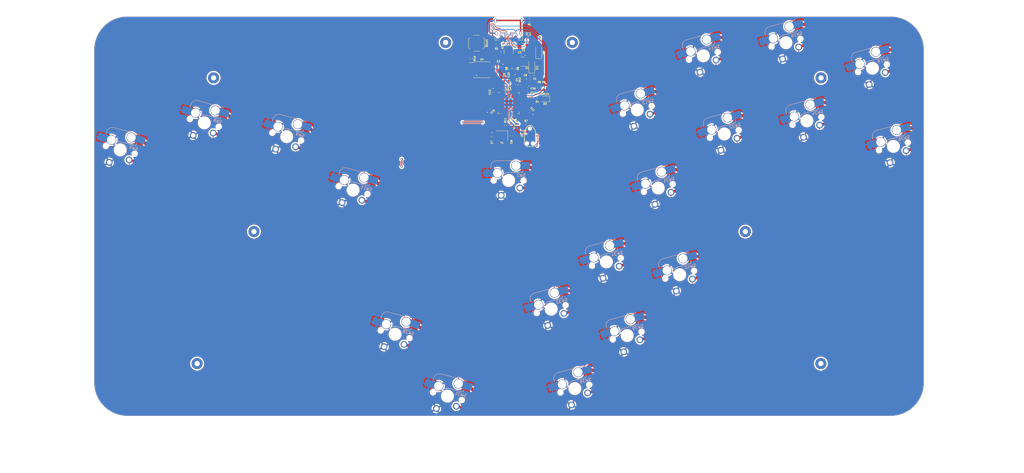
<source format=kicad_pcb>
(kicad_pcb (version 20221018) (generator pcbnew)
  (layers (0 "F.Cu" signal) (31 "B.Cu" signal) (34 "B.Paste" user) (35 "F.Paste" user) (36 "B.SilkS" user "B.Silkscreen") (37 "F.SilkS" user "F.Silkscreen") (38 "B.Mask" user) (39 "F.Mask" user) (44 "Edge.Cuts" user))
  (net 0 "")
  (net 1 "GND")
  (net 2 "START")
  (net 3 "RIGHT")
  (net 4 "DOWN")
  (net 5 "LEFT")
  (net 6 "L")
  (net 7 "M1")
  (net 8 "M2")
  (net 9 "C_UP")
  (net 10 "C_LT")
  (net 11 "A")
  (net 12 "C_DN")
  (net 13 "C_RT")
  (net 14 "UP")
  (net 15 "MS")
  (net 16 "Z")
  (net 17 "LS")
  (net 18 "X")
  (net 19 "Y")
  (net 20 "B")
  (net 21 "R")
  (net 22 "DATA")
  (net 23 "D-")
  (net 24 "D+")
  (net 25 "+5V")
  (net 26 "Net-(D1-A)")
  (net 27 "+3V3")
  (net 28 "+1V1")
  (net 29 "XTAL_IN")
  (net 30 "/XTAL_O")
  (net 31 "PICO_LED")
  (net 32 "Net-(F1-Pad1)")
  (net 33 "Net-(J1-SHIELD)")
  (net 36 "DBUS-")
  (net 37 "DBUS+")
  (net 38 "~{RESET}")
  (net 39 "SWD")
  (net 40 "SWCLK")
  (net 41 "/D_+")
  (net 42 "/D_-")
  (net 43 "XTAL_OUT")
  (net 44 "/~{USB_BOOT}")
  (net 45 "CS")
  (net 46 "Net-(J1-CC2)")
  (net 50 "Net-(J1-CC1)")
  (net 53 "VBUS_SENSE")
  (net 54 "SD3")
  (net 55 "QSPI_CLK")
  (net 56 "SD0")
  (net 57 "SD2")
  (net 58 "SD1")
  (net 61 "3vCable")
  (net 64 "Net-(D3-A)")
  (net 65 "unconnected-(U3-GPIO26{slash}ADC0-Pad38)")
  (net 66 "unconnected-(U3-GPIO25-Pad37)")
  (footprint "MountingHole:MountingHole_2.2mm_M2_ISO14580_Pad" (layer "F.Cu") (at 279.275 98.76)
    (fp_text reference "H7" hide)
    (fp_text value "MountingHole")
  )
  (footprint "MountingHole:MountingHole_2.2mm_M2_ISO14580_Pad" (layer "F.Cu") (at 305.06 46.313383 15)
    (fp_text reference "H5" hide)
    (fp_text value "MountingHole")
  )
  (footprint "marbastlib-mx:SW_MX_1u" (layer "F.Cu") (at 322.585568 43.011907 -165)
    (fp_text reference "SW19" hide)
    (fp_text value "MX_SW_solder" hide)
  )
  (footprint "marbastlib-mx:SW_MX_1u" (layer "F.Cu") (at 249.582967 83.893373 -165)
    (fp_text reference "SW20" hide)
    (fp_text value "MX_SW_solder" hide)
  )
  (footprint "marbastlib-mx:SW_MX_1u" (layer "F.Cu") (at 300.251667 60.978545 -165)
    (fp_text reference "SW25" hide)
    (fp_text value "MX_SW_solder" hide)
  )
  (footprint "marbastlib-mx:SW_MX_1u" (layer "F.Cu") (at 256.875123 113.477547 -165)
    (fp_text reference "SW41" hide)
    (fp_text value "MX_SW_solder" hide)
  )
  (footprint "Button_Switch_SMD:SW_SPST_SKQG_WithStem" (layer "F.Cu") (at 187.61 34.5 -90)
    (fp_text reference "SW1" hide)
    (fp_text value "Boot")
  )
  (footprint "MountingHole:MountingHole_2.2mm_M2_ISO14580_Pad" (layer "F.Cu") (at 111.765 98.76)
    (fp_text reference "H10" hide)
    (fp_text value "MountingHole")
  )
  (footprint "Capacitor_SMD:C_0402_1005Metric" (layer "F.Cu") (at 193.34475 51.196018 90)
    (fp_text reference "C13")
    (fp_text value "100nF")
  )
  (footprint "Resistor_SMD:R_0603_1608Metric" (layer "F.Cu") (at 209.03 49.605 -90)
    (fp_text reference "R5")
    (fp_text value "5.6k")
  )
  (footprint "marbastlib-mx:SW_MX_1u" (layer "F.Cu") (at 122.929442 66.373538 165)
    (fp_text reference "SW8" hide)
    (fp_text value "MX_SW_solder" hide)
  )
  (footprint "marbastlib-mx:SW_MX_1u" (layer "F.Cu") (at 177.711303 154.907386 165)
    (fp_text reference "SW30" hide)
    (fp_text value "MX_SW_solder" hide)
  )
  (footprint "marbastlib-mx:SW_MX_1u" (layer "F.Cu") (at 66.195977 70.872122 165)
    (fp_text reference "SW4" hide)
    (fp_text value "MX_SW_solder" hide)
  )
  (footprint "marbastlib-mx:SW_MX_1u" (layer "F.Cu") (at 293.105673 34.309333 -165)
    (fp_text reference "SW17" hide)
    (fp_text value "MX_SW_solder" hide)
  )
  (footprint "Package_TO_SOT_SMD:SOT-23" (layer "F.Cu") (at 203.3525 40.82 180)
    (fp_text reference "U1")
    (fp_text value "XC6206")
  )
  (footprint "Capacitor_SMD:C_0402_1005Metric" (layer "F.Cu") (at 202.9 38.58 180)
    (fp_text reference "C2")
    (fp_text value "1uF")
  )
  (footprint "Resistor_SMD:R_0603_1608Metric" (layer "F.Cu") (at 210.57 49.605 90)
    (fp_text reference "R6")
    (fp_text value "10k")
  )
  (footprint "Resistor_SMD:R_0402_1005Metric" (layer "F.Cu") (at 208.33 53.51)
    (fp_text reference "R4")
    (fp_text value "470")
  )
  (footprint "marbastlib-mx:SW_MX_1u" (layer "F.Cu") (at 272.092853 65.443729 -165)
    (fp_text reference "SW23" hide)
    (fp_text value "MX_SW_solder" hide)
  )
  (footprint "marbastlib-mx:SW_MX_1u" (layer "F.Cu") (at 213.076182 125.213438 -165)
    (fp_text reference "SW33" hide)
    (fp_text value "MX_SW_solder" hide)
  )
  (footprint "Capacitor_SMD:C_0402_1005Metric" (layer "F.Cu") (at 205.886 57.815893 -45)
    (fp_text reference "C11")
    (fp_text value "100nF")
  )
  (footprint "Resistor_SMD:R_0402_1005Metric" (layer "F.Cu") (at 194.43 35.23 180)
    (fp_text reference "R2")
    (fp_text value "5.1k")
  )
  (footprint "MountingHole:MountingHole_2.2mm_M2_ISO14580_Pad" (layer "F.Cu") (at 92.395 143.8)
    (fp_text reference "H11" hide)
    (fp_text value "MountingHole")
  )
  (footprint "Crystal:Crystal_SMD_3225-4Pin_3.2x2.5mm" (layer "F.Cu") (at 196.294 66.03925 180)
    (fp_text reference "Y1")
    (fp_text value "12MHz")
  )
  (footprint "Capacitor_SMD:C_0402_1005Metric" (layer "F.Cu") (at 192.32875 57.038018 -135)
    (fp_text reference "C15")
    (fp_text value "100nF")
  )
  (footprint "marbastlib-mx:SW_MX_1u" (layer "F.Cu") (at 198.5785 81.326866 180)
    (fp_text reference "SW3" hide)
    (fp_text value "MX_SW_solder" hide)
  )
  (footprint "Capacitor_SMD:C_0402_1005Metric" (layer "F.Cu") (at 199.56775 66.055018 90)
    (fp_text reference "C8")
    (fp_text value "22pF")
  )
  (footprint "Fuse:Fuse_1206_3216Metric" (layer "F.Cu") (at 203.71 35.46)
    (fp_text reference "F1")
    (fp_text value "500 mA")
  )
  (footprint "qw-footprints:CUSTOM D_SOD-123" (layer "F.Cu") (at 208.83 37.48 90)
    (fp_text reference "D2")
    (fp_text value "Schottky Diode")
  )
  (footprint "Resistor_SMD:R_0603_1608Metric" (layer "F.Cu") (at 205.695 26.72 180)
    (fp_text reference "R1")
    (fp_text value "1M")
  )
  (footprint "Capacitor_SMD:C_0402_1005Metric" (layer "F.Cu") (at 205.92 45.425 180)
    (fp_text reference "C9")
    (fp_text value "10uF")
  )
  (footprint "Capacitor_SMD:C_0402_1005Metric" (layer "F.Cu") (at 205.92 46.625)
    (fp_text reference "C1")
    (fp_text value "1uF")
  )
  (footprint "LED_SMD:LED_0805_2012Metric" (layer "F.Cu") (at 210.9575 53.5 180)
    (fp_text reference "D3")
    (fp_text value "GREEN")
  )
  (footprint "Capacitor_SMD:C_0402_1005Metric" (layer "F.Cu") (at 201.34575 48.656018 90)
    (fp_text reference "C4")
    (fp_text value "1uF")
  )
  (footprint "Resistor_SMD:R_0402_1005Metric" (layer "F.Cu") (at 197.437 62.48325 90)
    (fp_text reference "R11")
    (fp_text value "1k")
  )
  (footprint "Capacitor_SMD:C_0402_1005Metric" (layer "F.Cu") (at 200.993 62.48325 -90)
    (fp_text reference "C6")
    (fp_text value "100nF")
  )
  (footprint "Capacitor_SMD:C_0402_1005Metric" (layer "F.Cu") (at 205.057 49.91025)
    (fp_text reference "C16")
    (fp_text value "100nF")
  )
  (footprint "marbastlib-mx:SW_MX_1u" (layer "F.Cu") (at 242.437232 57.225127 -165)
    (fp_text reference "SW12" hide)
    (fp_text value "MX_SW_solder" hide)
  )
  (footprint "Capacitor_SMD:C_0402_1005Metric" (layer "F.Cu") (at 202.36175 48.656018 90)
    (fp_text reference "C12")
    (fp_text value "100nF")
  )
  (footprint "Capacitor_SMD:C_0402_1005Metric" (layer "F.Cu") (at 195.1 41.64)
    (fp_text reference "C3")
    (fp_text value "100nF")
  )
  (footprint "Capacitor_SMD:C_0402_1005Metric" (layer "F.Cu") (at 192.865 66.309018 -90)
    (fp_text reference "C7")
    (fp_text value "22pF")
  )
  (footprint "marbastlib-mx:SW_MX_1u" (layer "F.Cu") (at 231.908565 109.10896 -165)
    (fp_text reference "SW35" hide)
    (fp_text value "MX_SW_solder" hide)
  )
  (footprint "marbastlib-mx:SW_MX_1u" (layer "F.Cu") (at 159.877695 133.803616 165)
    (fp_text reference "SW29" hide)
    (fp_text value "MX_SW_solder" hide)
  )
  (footprint "Resistor_SMD:R_0603_1608Metric" (layer "F.Cu") (at 200.54 43.14 -90)
    (fp_text reference "R9")
    (fp_text value "27")
  )
  (footprint "marbastlib-mx:SW_MX_1u" (layer "F.Cu") (at 145.551535 84.613063 165)
    (fp_text reference "SW10" hide)
    (fp_text value "MX_SW_solder" hide)
  )
  (footprint "Resistor_SMD:R_0402_1005Metric" (layer "F.Cu") (at 185.85 39.72 -90)
    (fp_text reference "R10")
    (fp_text value "1k")
  )
  (footprint "MountingHole:MountingHole_2.2mm_M2_ISO14580_Pad" (layer "F.Cu") (at 98 46.313383)
    (fp_text reference "H4" hide)
    (fp_text value "MountingHole")
  )
  (footprint "marbastlib-mx:SW_MX_1u" (layer "F.Cu") (at 264.946859 38.774517 -165)
    (fp_text reference "SW15" hide)
    (fp_text value "MX_SW_solder" hide)
  )
  (footprint "marbastlib-mx:SW_MX_1u" (layer "F.Cu") (at 94.834109 61.667579 165)
    (fp_text reference "SW7" hide)
    (fp_text value "MX_SW_solder" hide)
  )
  (footprint "Resistor_SMD:R_0603_1608Metric" (layer "F.Cu") (at 199.01 43.14 -90)
    (fp_text reference "R8")
    (fp_text value "27")
  )
  (footprint "Capacitor_SMD:C_0402_1005Metric" (layer "F.Cu") (at 198.58 46.86225 90)
    (fp_text reference "C10")
    (fp_text value "1uF")
  )
  (footprint "marbastlib-various:CON_TC2030_outlined" (layer "F.Cu") (at 205.85 66.12 -90)
    (fp_text reference "J2")
    (fp_text value "JTAG_TC2030")
  )
  (footprint "qw-footprints:CUSTOM D_SOD-123" (layer "F.Cu") (at 206.45 42.41 90)
    (fp_text reference "D1")
    (fp_text value "Schottky Diode")
  )
  (footprint "MountingHole:MountingHole_2.2mm_M2_ISO14580_Pad" (layer "F.Cu") (at 304.995 143.8)
    (fp_text reference "H8" hide)
    (fp_text value "MountingHole")
  )
  (footprint "Capacitor_SMD:C_0402_1005Metric" (layer "F.Cu") (at 199.469 62.48325 -90)
    (fp_text reference "C14")
    (fp_text value "100nF")
  )
  (footprint "marbastlib-mx:SW_MX_1u" (layer "F.Cu") (at 221.147454 152.335835 -165)
    (fp_text reference "SW37" hide)
    (fp_text value "MX_SW_solder" hide)
  )
  (footprint "qw-footprints:RP2040-QFN-56" (layer "F.Cu") (at 198.58 54.895)
    (fp_text reference "U3")
    (fp_text value "RP2040")
  )
  (footprint "Capacitor_SMD:C_0402_1005Metric" (layer "F.Cu") (at 197.056 46.86225 90)
    (fp_text reference "C5")
    (fp_text value "100nF")
  )
  (footprint "marbastlib-mx:SW_MX_1u" (layer "F.Cu") (at 238.979837 134.231357 -165)
    (fp_text reference "SW38" hide)
    (fp_text value "MX_SW_solder" hide)
  )
  (footprint "MountingHole:MountingHole_2.2mm_M2_ISO14580_Pad" (layer "F.Cu") (at 220.29 34.24)
    (fp_text reference "H9" hide)
    (fp_text value "MountingHole")
  )
  (footprint "MountingHole:MountingHole_2.2mm_M2_ISO14580_Pad" (layer "F.Cu") (at 177.1 34.24)
    (fp_text reference "H6" hide)
    (fp_text value "MountingHole")
  )
  (footprint "marbastlib-mx:SW_MX_1u" (layer "F.Cu") (at 329.731562 69.681119 -165)
    (fp_text reference "SW27" hide)
    (fp_text value "MX_SW_solder" hide)
  )
  (footprint "Resistor_SMD:R_0402_1005Metric" (layer "F.Cu") (at 204.5 61.93 180)
    (fp_text reference "R7")
    (fp_text value "10k")
  )
  (footprint "Package_TO_SOT_SMD:SOT-23-6" (layer "F.Cu") (at 198.58 37.35 -90)
    (fp_text reference "U2")
    (fp_text value "USBLC6-2SC6")
  )
  (footprint "Capacitor_SMD:C_0402_1005Metric" (layer "F.Cu") (at 205.057 51.43425)
    (fp_text reference "C17")
    (fp_text value "100nF")
  )
  (footprint "Resistor_SMD:R_0402_1005Metric" (layer "F.Cu") (at 205.26 32.57)
    (fp_text reference "R3")
    (fp_text value "5.1k")
  )
  (footprint "qw-footprints:TYPE-C_24P_QCHT" (layer "F.Cu") (at 198.5785 28 180)
    (fp_text reference "J1" hide)
    (fp_text value "USB C Connector")
  )
  (footprint "Package_SO:SOIC-8_5.23x5.23mm_P1.27mm" (layer "F.Cu") (at 189.45 43.55)
    (fp_text reference "U4")
    (fp_text value "W25Q128JVS")
  )
  (footprint "marbastlib-mx:SW_MX_HS_1u" (layer "B.Cu") (at 66.195977 70.872122 165)
    (fp_text reference "SW5")
    (fp_text value "MX_SW_HS" hide)
  )
  (footprint "marbastlib-mx:SW_MX_HS_1u" (layer "B.Cu") (at 242.437232 57.225127 -165)
    (fp_text reference "SW13")
    (fp_text value "MX_SW_HS" hide)
  )
  (footprint "marbastlib-mx:SW_MX_HS_1u" (layer "B.Cu") (at 249.582967 83.893373 -165)
    (fp_text reference "SW21")
    (fp_text value "MX_SW_HS" hide)
  )
  (footprint "marbastlib-mx:SW_MX_HS_1u" (layer "B.Cu") (at 198.5785 81.326866 180)
    (fp_text reference "SW2")
    (fp_text value "MX_SW_HS" hide)
  )
  (footprint "marbastlib-mx:SW_MX_HS_1u" (layer "B.Cu") (at 213.076182 125.213438 -165)
    (fp_text reference "SW32")
    (fp_text value "MX_SW_HS" hide)
  )
  (footprint "marbastlib-mx:SW_MX_HS_1u" (layer "B.Cu") (at 94.834109 61.667579 165)
    (fp_text reference "SW6")
    (fp_text value "MX_SW_HS" hide)
  )
  (footprint "marbastlib-mx:SW_MX_HS_1u" (layer "B.Cu") (at 256.875123 113.477547 -165)
    (fp_text reference "SW40")
    (fp_text value "MX_SW_HS" hide)
  )
  (footprint "marbastlib-mx:SW_MX_HS_1u" (layer "B.Cu") (at 145.551535 84.613063 165)
    (fp_text reference "SW11")
    (fp_text value "MX_SW_HS" hide)
  )
  (footprint "marbastlib-mx:SW_MX_HS_1u" (layer "B.Cu") (at 264.946859 38.774517 -165)
    (fp_text reference "SW14")
    (fp_text value "MX_SW_HS" hide)
  )
  (footprint "marbastlib-mx:SW_MX_HS_1u" (layer "B.Cu") (at 122.929442 66.373538 165)
    (fp_text reference "SW9")
    (fp_text value "MX_SW_HS" hide)
  )
  (footprint "marbastlib-mx:SW_MX_HS_1u" (layer "B.Cu") (at 221.147454 152.335835 -165)
    (fp_text reference "SW36")
    (fp_text value "MX_SW_HS" hide)
  )
  (footprint "marbastlib-mx:SW_MX_HS_1u" (layer "B.Cu") (at 177.711303 154.907386 165)
    (fp_text reference "SW31")
    (fp_text value "MX_SW_HS" hide)
  )
  (footprint "marbastlib-mx:SW_MX_HS_1u" (layer "B.Cu") (at 159.877695 133.803616 165)
    (fp_text reference "SW28")
    (fp_text value "MX_SW_HS" hide)
  )
  (footprint "marbastlib-mx:SW_MX_HS_1u" (layer "B.Cu") (at 300.251667 60.978545 -165)
    (fp_text reference "SW24")
    (fp_text value "MX_SW_HS" hide)
  )
  (footprint "marbastlib-mx:SW_MX_HS_1u" (layer "B.Cu") (at 322.585568 43.011907 -165)
    (fp_text reference "SW18")
    (fp_text value "MX_SW_HS" hide)
  )
  (footprint "marbastlib-mx:SW_MX_HS_1u" (layer "B.Cu") (at 238.979837 134.231357 -165)
    (fp_text reference "SW39")
    (fp_text value "MX_SW_HS" hide)
  )
  (footprint "marbastlib-mx:SW_MX_HS_1u" (layer "B.Cu") (at 272.092853 65.443729 -165)
    (fp_text reference "SW22")
    (fp_text value "MX_SW_HS" hide)
  )
  (footprint "marbastlib-mx:SW_MX_HS_1u" (layer "B.Cu") (at 329.731562 69.681119 -165)
    (fp_text reference "SW26")
    (fp_text value "MX_SW_HS" hide)
  )
  (footprint "marbastlib-mx:SW_MX_HS_1u" (layer "B.Cu") (at 293.105673 34.309333 -165)
    (fp_text reference "SW16")
    (fp_text value "MX_SW_HS" hide)
  )
  (footprint "marbastlib-mx:SW_MX_HS_1u" (layer "B.Cu") (at 231.908565 109.10896 -165)
    (fp_text reference "SW34")
    (fp_text value "MX_SW_HS" hide)
  )
  (gr_line (start 68.61 161.62) (end 328.81 161.62) (stroke (width 0.1)) (layer "Edge.Cuts"))
  (gr_line (start 328.81 25.4) (end 68.61 25.4) (stroke (width 0.1)) (layer "Edge.Cuts"))
  (gr_arc (start 57.36 36.65) (mid 60.655049 28.695049) (end 68.61 25.4) (stroke (width 0.1)) (layer "Edge.Cuts"))
  (gr_arc (start 328.81 25.4) (mid 336.764951 28.695049) (end 340.06 36.65) (stroke (width 0.1)) (layer "Edge.Cuts"))
  (gr_line (start 57.36 36.65) (end 57.36 150.37) (stroke (width 0.1)) (layer "Edge.Cuts"))
  (gr_line (start 340.06 36.65) (end 340.06 150.37) (stroke (width 0.1)) (layer "Edge.Cuts"))
  (gr_arc (start 68.61 161.62) (mid 60.655049 158.324951) (end 57.36 150.37) (stroke (width 0.1)) (layer "Edge.Cuts"))
  (gr_arc (start 340.06 150.37) (mid 336.764951 158.324951) (end 328.81 161.62) (stroke (width 0.1)) (layer "Edge.Cuts"))
  (segment (start 205.44 45.425) (end 205.44 46.625) (width 0.5) (layer "F.Cu") (net 1))
  (segment (start 197.963369 37.32) (end 196.03 37.32) (width 0.2) (layer "F.Cu") (net 1))
  (segment (start 197.58 58.3325) (end 197.58 59.053529) (width 0.2) (layer "F.Cu") (net 1))
  (segment (start 201.3285 31.76) (end 201.3785 31.71) (width 0.2) (layer "F.Cu") (net 1))
  (segment (start 197.056 46.38225) (end 198.58 46.38225) (width 0.5) (layer "F.Cu") (net 1))
  (segment (start 192.865 64.912018) (end 192.865 65.829018) (width 0.381) (layer "F.Cu") (net 1))
  (segment (start 199.56775 66.535018) (end 199.56775 67.579018) (width 0.381) (layer "F.Cu") (net 1))
  (segment (start 195.8285 32.92) (end 195.8285 31.76) (width 0.2) (layer "F.Cu") (net 1))
  (segment (start 191.989339 57.377429) (end 191.31275 58.054018) (width 0.381) (layer "F.Cu") (net 1))
  (segment (start 199.56775 66.535018) (end 197.748232 66.535018) (width 0.381) (layer "F.Cu") (net 1))
  (segment (start 205.537 49.91025) (end 205.537 51.43425) (width 0.381) (layer "F.Cu") (net 1))
  (segment (start 198.58 36.2125) (end 198.58 36.703369) (width 0.2) (layer "F.Cu") (net 1))
  (segment (start 185.8875 45.45) (end 187.6125 45.45) (width 0.5) (layer "F.Cu") (net 1))
  (segment (start 203.38 38.58) (end 204.16 38.58) (width 0.5) (layer "F.Cu") (net 1))
  (segment (start 193.34475 50.716018) (end 193.34475 49.926018) (width 0.381) (layer "F.Cu") (net 1))
  (segment (start 201.3285 32.92) (end 201.3285 31.76) (width 0.2) (layer "F.Cu") (net 1))
  (segment (start 205.53675 49.07) (end 205.53675 49.91) (width 0.381) (layer "F.Cu") (net 1))
  (segment (start 206.902 58.831893) (end 206.225411 58.155304) (width 0.2) (layer "F.Cu") (net 1))
  (segment (start 196.03 37.32) (end 196 37.35) (width 0.2) (layer "F.Cu") (net 1))
  (segment (start 204.16 38.58) (end 204.17 38.57) (width 0.5) (layer "F.Cu") (net 1))
  (segment (start 202.36175 48.176018) (end 202.36175 47.259018) (width 0.2) (layer "F.Cu") (net 1))
  (segment (start 195.58 41.64) (end 196.59 41.64) (width 0.5) (layer "F.Cu") (net 1))
  (segment (start 205.44 46.625) (end 204.66 46.625) (width 0.5) (layer "F.Cu") (net 1))
  (segment (start 197.271903 59.797341) (end 193.365425 63.703819) (width 0.2) (layer "F.Cu") (net 1))
  (segment (start 195.8285 31.76) (end 195.7785 31.71) (width 0.2) (layer "F.Cu") (net 1))
  (segment (start 204.66 46.625) (end 204.65 46.635) (width 0.5) (layer "F.Cu") (net 1))
  (segment (start 197.147022 66.88925) (end 195.447022 65.18925) (width 0.254) (layer "F.Cu") (net 1))
  (segment (start 205.215 67.39) (end 204.012739 67.39) (width 0.25) (layer "F.Cu") (net 1))
  (via (at 191.31275 58.054018) (size 0.6) (drill 0.3) (layers "F.Cu" "B.Cu") (net 1))
  (via (at 197.78975 45.735018) (size 0.6) (drill 0.3) (layers "F.Cu" "B.Cu") (net 1))
  (via (at 187.6275 45.465) (size 0.6) (drill 0.3) (layers "F.Cu" "B.Cu") (net 1))
  (via (at 196 37.35) (size 0.6) (drill 0.3) (layers "F.Cu" "B.Cu") (net 1))
  (via (at 200.20275 63.896018) (size 0.6) (drill 0.3) (layers "F.Cu" "B.Cu") (net 1))
  (via (at 192.865 64.912018) (size 0.6) (drill 0.3) (layers "F.Cu" "B.Cu") (net 1))
  (via (at 199.56775 67.579018) (size 0.6) (drill 0.3) (layers "F.Cu" "B.Cu") (net 1))
  (via (at 204.17 38.57) (size 0.6) (drill 0.3) (layers "F.Cu" "B.Cu") (net 1))
  (via (at 204.012739 67.39) (size 0.6) (drill 0.3) (layers "F.Cu" "B.Cu") (net 1))
  (via (at 196.6 41.63) (size 0.6) (drill 0.3) (layers "F.Cu" "B.Cu") (net 1))
  (via (at 202.36175 47.259018) (size 0.6) (drill 0.3) (layers "F.Cu" "B.Cu") (net 1))
  (via (at 205.53675 49.07) (size 0.6) (drill 0.3) (layers "F.Cu" "B.Cu") (net 1))
  (via (at 207.26 45.475) (size 0.6) (drill 0.3) (layers "F.Cu" "B.Cu") (net 1))
  (via (at 204.65 46.635) (size 0.6) (drill 0.3) (layers "F.Cu" "B.Cu") (net 1))
  (via (at 193.34475 49.926018) (size 0.6) (drill 0.3) (layers "F.Cu" "B.Cu") (net 1))
  (via (at 200.806 45.242893) (size 0.6) (drill 0.3) (layers "F.Cu" "B.Cu") (net 1))
  (via (at 206.902 58.831893) (size 0.6) (drill 0.3) (layers "F.Cu" "B.Cu") (net 1))
  (via (at 198.901 45.242893) (size 0.6) (drill 0.3) (layers "F.Cu" "B.Cu") (net 1))
  (arc (start 197.58 59.053529) (mid 197.499928 59.456077) (end 197.271903 59.797341) (width 0.2) (layer "F.Cu") (net 1))
  (arc (start 192.865 64.912018) (mid 192.995056 64.258116) (end 193.365425 63.703819) (width 0.2) (layer "F.Cu") (net 1))
  (arc (start 197.963369 37.32) (mid 198.399393 37.139393) (end 198.58 36.703369) (width 0.2) (layer "F.Cu") (net 1))
  (segment (start 198.58 53.62) (end 198.58 56.17) (width 0.635) (layer "B.Cu") (net 1))
  (segment (start 199.855 56.17) (end 199.855 53.62) (width 0.635) (layer "B.Cu") (net 1))
  (segment (start 197.605 55.87) (end 199.555 55.87) (width 0.635) (layer "B.Cu") (net 1))
  (segment (start 199.555 55.87) (end 199.855 56.17) (width 0.635) (layer "B.Cu") (net 1))
  (segment (start 197.305 56.17) (end 197.305 53.62) (width 0.635) (layer "B.Cu") (net 1))
  (segment (start 199.855 53.62) (end 197.305 53.62) (width 0.635) (layer "B.Cu") (net 1))
  (segment (start 197.305 56.17) (end 197.605 55.87) (width 0.635) (layer "B.Cu") (net 1))
  (segment (start 199.855 54.895) (end 197.305 54.895) (width 0.635) (layer "B.Cu") (net 1))
  (segment (start 168.460304 82.436556) (end 189.10843 61.78843) (width 0.2) (layer "F.Cu") (net 2))
  (segment (start 197.3885 111.9) (end 180.48488 111.9) (width 0.2) (layer "F.Cu") (net 2))
  (segment (start 173.413812 108.971068) (end 168.460304 104.01756) (width 0.2) (layer "F.Cu") (net 2))
  (segment (start 190.666587 54.007727) (end 183.436681 61.237633) (width 0.2) (layer "F.Cu") (net 2))
  (segment (start 189.665679 61.54343) (end 189.729504 61.479605) (width 0.2) (layer "F.Cu") (net 2))
  (segment (start 182.955021 61.437157) (end 182.911089 61.481089) (width 0.2) (layer "F.Cu") (net 2))
  (segment (start 165.531372 96.946492) (end 165.531372 89.507624) (width 0.2) (layer "F.Cu") (net 2))
  (segment (start 207.3065 79.246866) (end 207.3065 80.866866) (width 1) (layer "F.Cu") (net 2))
  (segment (start 204.3065 83.866866) (end 202.3885 83.866866) (width 1) (layer "F.Cu") (net 2))
  (segment (start 189.10843 61.78843) (end 189.132704 61.764156) (width 0.2) (layer "F.Cu") (net 2))
  (segment (start 201.1185 76.246866) (end 204.3065 76.246866) (width 1) (layer "F.Cu") (net 2))
  (segment (start 195.1425 53.095) (end 192.870105 53.095) (width 0.2) (layer "F.Cu") (net 2))
  (segment (start 202.3885 83.866866) (end 202.3885 106.9) (width 0.2) (layer "F.Cu") (net 2))
  (via (at 189.729504 61.479605) (size 0.6) (drill 0.3) (layers "F.Cu" "B.Cu") (net 2))
  (via (at 182.911089 61.481089) (size 0.6) (drill 0.3) (layers "F.Cu" "B.Cu") (net 2))
  (arc (start 165.531372 89.507624) (mid 166.292577 85.68079) (end 168.460304 82.436556) (width 0.2) (layer "F.Cu") (net 2))
  (arc (start 168.460304 104.01756) (mid 166.292577 100.773326) (end 165.531372 96.946492) (width 0.2) (layer "F.Cu") (net 2))
  (arc (start 202.3885 106.9) (mid 200.924034 110.435534) (end 197.3885 111.9) (width 0.2) (layer "F.Cu") (net 2))
  (arc (start 204.3065 83.866866) (mid 206.42782 82.988186) (end 207.3065 80.866866) (width 1) (layer "F.Cu") (net 2))
  (arc (start 180.48488 111.9) (mid 176.658046 111.138796) (end 173.413812 108.971068) (width 0.2) (layer "F.Cu") (net 2))
  (arc (start 207.3065 79.246866) (mid 206.42782 77.125546) (end 204.3065 76.246866) (width 1) (layer "F.Cu") (net 2))
  (arc (start 192.870105 53.095) (mid 191.67757 53.33221) (end 190.666587 54.007727) (width 0.2) (layer "F.Cu") (net 2))
  (arc (start 183.436681 61.237633) (mid 183.215678 61.385302) (end 182.955021 61.437157) (width 0.2) (layer "F.Cu") (net 2))
  (arc (start 189.132704 61.764156) (mid 189.377191 61.600795) (end 189.665679 61.54343) (width 0.2) (layer "F.Cu") (net 2))
  (segment (start 189.729504 61.479605) (end 182.912573 61.479605) (width 0.2) (layer "B.Cu") (net 2))
  (segment (start 182.912573 61.479605) (end 182.911089 61.481089) (width 0.2) (layer "B.Cu") (net 2))
  (segment (start 190.866321 54.373679) (end 171.618679 73.621321) (width 0.2) (layer "F.Cu") (net 3))
  (segment (start 154.886553 76.206553) (end 154.88 76.2) (width 0.2) (layer "F.Cu") (net 3))
  (segment (start 169.497359 74.5) (end 162.997809 74.5) (width 0.2) (layer "F.Cu") (net 3))
  (segment (start 148.574312 88.052615) (end 148.298411 89.082292) (width 0.2) (layer "F.Cu") (net 3))
  (segment (start 162.13 76.55) (end 162.072893 76.492893) (width 0.2) (layer "F.Cu") (net 3))
  (segment (start 162.13 74.05) (end 162.260025 74.169975) (width 0.2) (layer "F.Cu") (net 3))
  (segment (start 155.015786 76.2) (end 154.88 76.2) (width 0.2) (layer "F.Cu") (net 3))
  (segment (start 162.298554 74.214872) (end 162.13 74.05) (width 0.2) (layer "F.Cu") (net 3))
  (segment (start 154.520479 84.86291) (end 154.101192 86.42771) (width 1) (layer "F.Cu") (net 3))
  (segment (start 150.426957 88.54903) (end 148.574312 88.052615) (width 1) (layer "F.Cu") (net 3))
  (segment (start 195.1425 53.495) (end 192.987641 53.495) (width 0.2) (layer "F.Cu") (net 3))
  (segment (start 149.319787 80.36356) (end 152.399159 81.188675) (width 1) (layer "F.Cu") (net 3))
  (segment (start 161.48 76.206553) (end 154.886553 76.206553) (width 0.2) (layer "F.Cu") (net 3))
  (segment (start 149.305932 78.913637) (end 149.319787 80.36356) (width 0.2) (layer "F.Cu") (net 3))
  (segment (start 154.88 76.2) (end 151.993761 76.2) (width 0.2) (layer "F.Cu") (net 3))
  (via (at 162.13 76.55) (size 0.8) (drill 0.4) (layers "F.Cu" "B.Cu") (net 3))
  (via (at 162.13 74.05) (size 0.8) (drill 0.4) (layers "F.Cu" "B.Cu") (net 3))
  (arc (start 162.298554 74.214872) (mid 162.620233 74.425978) (end 162.997809 74.5) (width 0.2) (layer "F.Cu") (net 3))
  (arc (start 150.426957 88.54903) (mid 152.703414 88.249329) (end 154.101192 86.42771) (width 1) (layer "F.Cu") (net 3))
  (arc (start 162.072893 76.492893) (mid 161.748469 76.27612) (end 161.365786 76.2) (width 0.2) (layer "F.Cu") (net 3))
  (arc (start 192.987641 53.495) (mid 191.839591 53.723361) (end 190.866321 54.373679) (width 0.2) (layer "F.Cu") (net 3))
  (arc (start 149.305932 78.913637) (mid 150.084033 76.996386) (end 151.993761 76.2) (width 0.2) (layer "F.Cu") (net 3))
  (arc (start 171.618679 73.621321) (mid 170.645409 74.271639) (end 169.497359 74.5) (width 0.2) (layer "F.Cu") (net 3))
  (arc (start 154.520479 84.86291) (mid 154.220777 82.586453) (end 152.399159 81.188675) (width 1) (layer "F.Cu") (net 3))
  (segment (start 162.13 74.05) (end 162.13 76.55) (width 0.2) (layer "B.Cu") (net 3))
  (segment (start 169.663045 74.9) (end 130.958309 74.9) (width 0.2) (layer "F.Cu") (net 4))
  (segment (start 191.032007 54.773679) (end 171.784365 74.021321) (width 0.2) (layer "F.Cu") (net 4))
  (segment (start 126.697694 62.124035) (end 129.777066 62.94915) (width 1) (layer "F.Cu") (net 4))
  (segment (start 195.1425 53.895) (end 193.153327 53.895) (width 0.2) (layer "F.Cu") (net 4))
  (segment (start 125.96136 70.074637) (end 125.952219 69.81309) (width 0.2) (layer "F.Cu") (net 4))
  (segment (start 131.898386 66.623385) (end 131.479099 68.188185) (width 1) (layer "F.Cu") (net 4))
  (segment (start 127.804865 70.309505) (end 125.952219 69.81309) (width 1) (layer "F.Cu") (net 4))
  (arc (start 169.663045 74.9) (mid 170.811095 74.671639) (end 171.784365 74.021321) (width 0.2) (layer "F.Cu") (net 4))
  (arc (start 193.153327 53.895) (mid 192.005277 54.123361) (end 191.032007 54.773679) (width 0.2) (layer "F.Cu") (net 4))
  (arc (start 127.804865 70.309505) (mid 130.081322 70.009803) (end 131.479099 68.188185) (width 1) (layer "F.Cu") (net 4))
  (arc (start 130.958309 74.9) (mid 127.485067 73.496747) (end 125.96136 70.074637) (width 0.2) (layer "F.Cu") (net 4))
  (arc (start 131.898386 66.623385) (mid 131.598685 64.346928) (end 129.777066 62.94915) (width 1) (layer "F.Cu") (net 4))
  (segment (start 97.946523 70.384907) (end 97.856886 65.107131) (width 0.2) (layer "F.Cu") (net 5))
  (segment (start 98.602361 57.418076) (end 101.681733 58.243191) (width 1) (layer "F.Cu") (net 5))
  (segment (start 191.197693 55.173679) (end 171.950051 74.421321) (width 0.2) (layer "F.Cu") (net 5))
  (segment (start 103.803053 61.917426) (end 103.383766 63.482226) (width 1) (layer "F.Cu") (net 5))
  (segment (start 169.828731 75.3) (end 102.945802 75.3) (width 0.2) (layer "F.Cu") (net 5))
  (segment (start 195.1425 54.295) (end 193.319013 54.295) (width 0.2) (layer "F.Cu") (net 5))
  (segment (start 99.709531 65.603546) (end 97.856886 65.107131) (width 1) (layer "F.Cu") (net 5))
  (arc (start 193.319013 54.295) (mid 192.170963 54.523361) (end 191.197693 55.173679) (width 0.2) (layer "F.Cu") (net 5))
  (arc (start 102.945802 75.3) (mid 99.440416 73.865427) (end 97.946523 70.384907) (width 0.2) (layer "F.Cu") (net 5))
  (arc (start 169.828731 75.3) (mid 170.976781 75.071639) (end 171.950051 74.421321) (width 0.2) (layer "F.Cu") (net 5))
  (arc (start 103.803053 61.917426) (mid 103.503351 59.640969) (end 101.681733 58.243191) (width 1) (layer "F.Cu") (net 5))
  (arc (start 99.709531 65.603546) (mid 101.985988 65.303844) (end 103.383766 63.482226) (width 1) (layer "F.Cu") (net 5))
  (segment (start 79.565534 77.264466) (end 77.994466 78.835534) (width 0.2) (layer "F.Cu") (net 6))
  (segment (start 191.503556 55.433502) (end 172.015737 74.921321) (width 0.2) (layer "F.Cu") (net 6))
  (segment (start 195.1425 54.695) (end 193.484699 54.695) (width 0.2) (layer "F.Cu") (net 6))
  (segment (start 71.0714 74.808089) (end 69.218754 74.311674) (width 1) (layer "F.Cu") (net 6))
  (segment (start 69.964229 66.622619) (end 73.043601 67.447735) (width 1) (layer "F.Cu") (net 6))
  (segment (start 191.513502 55.433502) (end 191.503556 55.433502) (width 0.2) (layer "F.Cu") (net 6))
  (segment (start 74.458932 80.3) (end 74.229124 80.3) (width 0.2) (layer "F.Cu") (net 6))
  (segment (start 75.164921 71.121969) (end 74.745634 72.686769) (width 1) (layer "F.Cu") (net 6))
  (segment (start 169.894417 75.8) (end 83.101068 75.8) (width 0.2) (layer "F.Cu") (net 6))
  (segment (start 69.229385 75.351135) (end 69.218754 74.311674) (width 0.2) (layer "F.Cu") (net 6))
  (arc (start 83.101068 75.8) (mid 81.187651 76.180602) (end 79.565534 77.264466) (width 0.2) (layer "F.Cu") (net 6))
  (arc (start 75.164921 71.121969) (mid 74.865219 68.845512) (end 73.043601 67.447735) (width 1) (layer "F.Cu") (net 6))
  (arc (start 77.994466 78.835534) (mid 76.372349 79.919398) (end 74.458932 80.3) (width 0.2) (layer "F.Cu") (net 6))
  (arc (start 74.229124 80.3) (mid 70.711715 78.853567) (end 69.229385 75.351135) (width 0.2) (layer "F.Cu") (net 6))
  (arc (start 71.0714 74.808089) (mid 73.347857 74.508388) (end 74.745634 72.686769) (width 1) (layer "F.Cu") (net 6))
  (arc (start 193.484699 54.695) (mid 192.336648 54.923362) (end 191.363378 55.57368) (width 0.2) (layer "F.Cu") (net 6))
  (arc (start 172.015737 74.921321) (mid 171.042467 75.571639) (end 169.894417 75.8) (width 0.2) (layer "F.Cu") (net 6))
  (segment (start 163.424265 129.332431) (end 163.645947 129.554113) (width 0.2) (layer "F.Cu") (net 7))
  (segment (start 164.753118 137.739583) (end 162.900472 137.243168) (width 1) (layer "F.Cu") (net 7))
  (segment (start 191.529065 55.973679) (end 166.060304 81.44244) (width 0.2) (layer "F.Cu") (net 7))
  (segment (start 195.1425 55.095) (end 193.650385 55.095) (width 0.2) (layer "F.Cu") (net 7))
  (segment (start 163.645948 129.554113) (end 166.725319 130.379228) (width 1) (layer "F.Cu") (net 7))
  (segment (start 163.131372 88.513508) (end 163.131372 128.625324) (width 0.2) (layer "F.Cu") (net 7))
  (segment (start 168.846639 134.053462) (end 168.427353 135.618262) (width 1) (layer "F.Cu") (net 7))
  (arc (start 193.650385 55.095) (mid 192.502335 55.323361) (end 191.529065 55.973679) (width 0.2) (layer "F.Cu") (net 7))
  (arc (start 166.060304 81.44244) (mid 163.892577 84.686674) (end 163.131372 88.513508) (width 0.2) (layer "F.Cu") (net 7))
  (arc (start 164.753118 137.739583) (mid 167.029575 137.439881) (end 168.427353 135.618262) (width 1) (layer "F.Cu") (net 7))
  (arc (start 163.131372 128.625324) (mid 163.207492 129.008007) (end 163.424265 129.332431) (width 0.2) (layer "F.Cu") (net 7))
  (arc (start 168.846639 134.053462) (mid 168.546938 131.777006) (end 166.725319 130.379228) (width 1) (layer "F.Cu") (net 7))
  (segment (start 186.680247 155.157233) (end 186.26096 156.722033) (width 1) (layer "F.Cu") (net 8))
  (segment (start 181.479555 150.657884) (end 184.558927 151.482999) (width 1) (layer "F.Cu") (net 8))
  (segment (start 163.531372 88.679194) (end 163.531372 98.289945) (width 0.2) (layer "F.Cu") (net 8))
  (segment (start 182.586726 158.843354) (end 180.73408 158.346939) (width 1) (layer "F.Cu") (net 8))
  (segment (start 195.1425 55.495) (end 193.816071 55.495) (width 0.2) (layer "F.Cu") (net 8))
  (segment (start 166.756788 106.076788) (end 178.550623 117.870623) (width 0.2) (layer "F.Cu") (net 8))
  (segment (start 191.694751 56.373679) (end 166.460304 81.608126) (width 0.2) (layer "F.Cu") (net 8))
  (segment (start 181.479555 124.941691) (end 181.479555 150.657883) (width 0.2) (layer "F.Cu") (net 8))
  (arc (start 166.460304 81.608126) (mid 164.292577 84.85236) (end 163.531372 88.679194) (width 0.2) (layer "F.Cu") (net 8))
  (arc (start 186.680247 155.157233) (mid 186.380545 152.880776) (end 184.558927 151.482999) (width 1) (layer "F.Cu") (net 8))
  (arc (start 163.531372 98.289945) (mid 164.36963 102.504154) (end 166.756788 106.076788) (width 0.2) (layer "F.Cu") (net 8))
  (arc (start 181.479555 124.941691) (mid 180.71835 121.114857) (end 178.550623 117.870623) (width 0.2) (layer "F.Cu") (net 8))
  (arc (start 193.816071 55.495) (mid 192.668021 55.723361) (end 191.694751 56.373679) (width 0.2) (layer "F.Cu") (net 8))
  (arc (start 182.586726 158.843354) (mid 184.863182 158.543652) (end 186.26096 156.722033) (width 1) (layer "F.Cu") (net 8))
  (segment (start 229.816349 84.939783) (end 229.852385 90.465474) (width 0.2) (layer "F.Cu") (net 9))
  (segment (start 233.047216 103.544657) (end 236.126587 102.719541) (width 1) (layer "F.Cu") (net 9))
  (segment (start 230.731065 93.809401) (end 232.168537 95.246873) (width 0.2) (layer "F.Cu") (net 9))
  (segment (start 207.797447 62.105456) (end 229.230604 83.538612) (width 0.2) (layer "F.Cu") (net 9))
  (segment (start 204.2976 59.918589) (end 205.556101 61.17709) (width 0.2) (layer "F.Cu") (net 9))
  (segment (start 201.382546 59.324018) (end 202.862178 59.324018) (width 0.2) (layer "F.Cu") (net 9))
  (segment (start 200.78 58.3325) (end 200.78 58.721472) (width 0.2) (layer "F.Cu") (net 9))
  (segment (start 233.047216 97.368193) (end 233.047216 103.544656) (width 0.2) (layer "F.Cu") (net 9))
  (segment (start 200.955736 59.145736) (end 200.958282 59.148282) (width 0.2) (layer "F.Cu") (net 9))
  (segment (start 238.098788 110.079896) (end 236.246143 110.576311) (width 1) (layer "F.Cu") (net 9))
  (segment (start 229.852385 90.465474) (end 229.852385 91.68808) (width 0.2) (layer "F.Cu") (net 9))
  (segment (start 239.800822 104.840862) (end 240.220109 106.405662) (width 1) (layer "F.Cu") (net 9))
  (arc (start 229.230604 83.538612) (mid 229.661645 84.181438) (end 229.816349 84.939783) (width 0.2) (layer "F.Cu") (net 9))
  (arc (start 200.78 58.721472) (mid 200.825672 58.951082) (end 200.955736 59.145736) (width 0.2) (layer "F.Cu") (net 9))
  (arc (start 200.958282 59.148282) (mid 201.152936 59.278346) (end 201.382546 59.324018) (width 0.2) (layer "F.Cu") (net 9))
  (arc (start 238.098788 110.079896) (mid 239.920407 108.682119) (end 240.220109 106.405662) (width 1) (layer "F.Cu") (net 9))
  (arc (start 239.800822 104.840862) (mid 238.403044 103.019243) (end 236.126587 102.719541) (width 1) (layer "F.Cu") (net 9))
  (arc (start 230.731065 93.809401) (mid 230.080746 92.836131) (end 229.852385 91.68808) (width 0.2) (layer "F.Cu") (net 9))
  (arc (start 207.09034 61.812563) (mid 207.473024 61.888683) (end 207.797447 62.105456) (width 0.2) (layer "F.Cu") (net 9))
  (arc (start 202.862178 59.324018) (mid 203.639023 59.478542) (end 204.2976 59.918589) (width 0.2) (layer "F.Cu") (net 9))
  (arc (start 233.047216 97.368193) (mid 232.818855 96.220143) (end 232.168537 95.246873) (width 0.2) (layer "F.Cu") (net 9))
  (arc (start 205.556101 61.17709) (mid 206.259984 61.647409) (end 207.09034 61.812563) (width 0.2) (layer "F.Cu") (net 9))
  (segment (start 214.217548 118.557222) (end 214.214833 119.649134) (width 0.2) (layer "F.Cu") (net 10))
  (segment (start 186.172136 113.5) (end 186.38 113.500404) (width 0.2) (layer "F.Cu") (net 10))
  (segment (start 220.968439 120.94534) (end 221.387726 122.51014) (width 1) (layer "F.Cu") (net 10))
  (segment (start 214.214833 119.649135) (end 217.294204 118.824019) (width 1) (layer "F.Cu") (net 10))
  (segment (start 188.538525 60.095591) (end 166.860304 81.773812) (width 0.2) (layer "F.Cu") (net 10))
  (segment (start 166.860304 104.680304) (end 172.751068 110.571068) (width 0.2) (layer "F.Cu") (net 10))
  (segment (start 194.552062 58.924018) (end 191.366952 58.924018) (width 0.2) (layer "F.Cu") (net 10))
  (segment (start 219.266405 126.184374) (end 217.41376 126.680789) (width 1) (layer "F.Cu") (net 10))
  (segment (start 186.38 113.500404) (end 209.222766 113.54479) (width 0.2) (layer "F.Cu") (net 10))
  (segment (start 163.931372 88.84488) (end 163.931372 97.609236) (width 0.2) (layer "F.Cu") (net 10))
  (segment (start 186.379596 113.5) (end 186.38 113.500404) (width 0.2) (layer "F.Cu") (net 10))
  (segment (start 179.822136 113.5) (end 186.379596 113.5) (width 0.2) (layer "F.Cu") (net 10))
  (arc (start 219.266405 126.184374) (mid 221.088024 124.786596) (end 221.387726 122.51014) (width 1) (layer "F.Cu") (net 10))
  (arc (start 214.217548 118.557222) (mid 212.759327 115.015495) (end 209.222766 113.54479) (width 0.2) (layer "F.Cu") (net 10))
  (arc (start 195.98 58.3325) (mid 195.324814 58.770308) (end 194.552062 58.924018) (width 0.2) (layer "F.Cu") (net 10))
  (arc (start 163.931372 97.609236) (mid 164.692577 101.43607) (end 166.860304 104.680304) (width 0.2) (layer "F.Cu") (net 10))
  (arc (start 220.968439 120.94534) (mid 219.570661 119.123721) (end 217.294204 118.824019) (width 1) (layer "F.Cu") (net 10))
  (arc (start 191.366952 58.924018) (mid 189.836218 59.2285) (end 188.538525 60.095591) (width 0.2) (layer "F.Cu") (net 10))
  (arc (start 172.751068 110.571068) (mid 175.995302 112.738795) (end 179.822136 113.5) (width 0.2) (layer "F.Cu") (net 10))
  (arc (start 166.860304 81.773812) (mid 164.692576 85.018046) (end 163.931372 88.84488) (width 0.2) (layer "F.Cu") (net 10))
  (segment (start 179.826227 112.697407) (end 180.153508 112.7) (width 0.2) (layer "F.Cu") (net 11))
  (segment (start 166.999181 103.623511) (end 167.430758 104.115636) (width 0.2) (layer "F.Cu") (net 11))
  (segment (start 166.600724 83.349914) (end 166.23707 83.894158) (width 0.2) (layer "F.Cu") (net 11))
  (segment (start 196.78 58.3325) (end 196.78 58.815084) (width 0.2) (layer "F.Cu") (net 11))
  (segment (start 164.989977 86.90488) (end 164.862276 87.54686) (width 0.2) (layer "F.Cu") (net 11))
  (segment (start 164.731372 97.277864) (end 164.734055 97.605143) (width 0.2) (layer "F.Cu") (net 11))
  (segment (start 196.563825 59.336957) (end 196.442112 59.458662) (width 0.2) (layer "F.Cu") (net 11))
  (segment (start 178.524103 112.56916) (end 179.173065 112.654597) (width 0.2) (layer "F.Cu") (net 11))
  (segment (start 165.909789 84.46102) (end 165.620284 85.048075) (width 0.2) (layer "F.Cu") (net 11))
  (segment (start 166.600714 103.104214) (end 166.999181 103.623511) (width 0.2) (layer "F.Cu") (net 11))
  (segment (start 234.42314 125.55) (end 237.118488 125.55) (width 0.2) (layer "F.Cu") (net 11))
  (segment (start 165.159402 100.181493) (end 165.3698 100.801314) (width 0.2) (layer "F.Cu") (net 11))
  (segment (start 240.118488 128.55) (end 240.118488 128.667053) (width 0.2) (layer "F.Cu") (net 11))
  (segment (start 176.025296 111.811157) (end 176.630033 112.061647) (width 0.2) (layer "F.Cu") (net 11))
  (segment (start 220.427467 114.091149) (end 230.968685 124.164795) (width 0.2) (layer "F.Cu") (net 11))
  (segment (start 166.999194 82.830619) (end 166.600724 83.349914) (width 0.2) (layer "F.Cu") (net 11))
  (segment (start 165.369794 85.652806) (end 165.159391 86.272626) (width 0.2) (layer "F.Cu") (net 11))
  (segment (start 176.630033 112.061647) (end 177.249858 112.272049) (width 0.2) (layer "F.Cu") (net 11))
  (segment (start 165.909787 101.993103) (end 166.237063 102.559968) (width 0.2) (layer "F.Cu") (net 11))
  (segment (start 164.862297 98.907257) (end 164.989992 99.549238) (width 0.2) (layer "F.Cu") (net 11))
  (segment (start 167.430758 104.115636) (end 167.660304 104.348932) (width 0.2) (layer "F.Cu") (net 11))
  (segment (start 196.442112 59.458662) (end 196.411552 59.489222) (width 0.2) (layer "F.Cu") (net 11))
  (segment (start 246.872094 129.963259) (end 247.291381 131.528059) (width 1) (layer "F.Cu") (net 11))
  (segment (start 164.776837 88.195817) (end 164.734024 88.848973) (width 0.2) (layer "F.Cu") (net 11))
  (segment (start 216.23 112.7) (end 216.322542 112.7) (width 0.2) (layer "F.Cu") (net 11))
  (segment (start 245.17006 135.202293) (end 243.317414 135.698708) (width 1) (layer "F.Cu") (net 11))
  (segment (start 179.173065 112.654597) (end 179.826227 112.697407) (width 0.2) (layer "F.Cu") (net 11))
  (segment (start 165.3698 100.801314) (end 165.620286 101.406047) (width 0.2) (layer "F.Cu") (net 11))
  (segment (start 164.734055 97.605143) (end 164.776863 98.258299) (width 0.2) (layer "F.Cu") (net 11))
  (segment (start 177.249858 112.272049) (end 177.882117 112.441462) (width 0.2) (layer "F.Cu") (net 11))
  (segment (start 165.159391 86.272626) (end 164.989977 86.90488) (width 0.2) (layer "F.Cu") (net 11))
  (segment (start 166.23707 83.894158) (end 165.909789 84.46102) (width 0.2) (layer "F.Cu") (net 11))
  (segment (start 177.882117 112.441462) (end 178.524103 112.56916) (width 0.2) (layer "F.Cu") (net 11))
  (segment (start 216.23 112.7) (end 216.237039 112.707039) (width 0.2) (layer "F.Cu") (net 11))
  (segment (start 164.776863 98.258299) (end 164.862297 98.907257) (width 0.2) (layer "F.Cu") (net 11))
  (segment (start 164.734024 88.848973) (end 164.731372 89.176252) (width 0.2) (layer "F.Cu") (net 11))
  (segment (start 174.871368 111.194371) (end 175.438236 111.521652) (width 0.2) (layer "F.Cu") (net 11))
  (segment (start 180.153508 112.7) (end 216.23 112.7) (width 0.2) (layer "F.Cu") (net 11))
  (segment (start 167.660304 104.348932) (end 173.08244 109.771068) (width 0.2) (layer "F.Cu") (net 11))
  (segment (start 216.322542 112.7) (end 216.328486 112.705944) (width 0.2) (layer "F.Cu") (net 11))
  (segment (start 167.660304 82.105184) (end 167.430775 82.338497) (width 0.2) (layer "F.Cu") (net 11))
  (segment (start 164.989992 99.549238) (end 165.159402 100.181493) (width 0.2) (layer "F.Cu") (net 11))
  (segment (start 175.438236 111.521652) (end 176.025296 111.811157) (width 0.2) (layer "F.Cu") (net 11))
  (segment (start 164.731372 89.176252) (end 164.731372 97.277864) (width 0.2) (layer "F.Cu") (net 11))
  (segment (start 167.430775 82.338497) (end 166.999194 82.830619) (width 0.2) (layer "F.Cu") (net 11))
  (segment (start 173.315693 110.000661) (end 173.807819 110.432244) (width 0.2) (layer "F.Cu") (net 11))
  (segment (start 195.845866 59.723537) (end 191.698805 59.723537) (width 0.2) (layer "F.Cu") (net 11))
  (segment (start 173.807819 110.432244) (end 174.327119 110.830716) (width 0.2) (layer "F.Cu") (net 11))
  (segment (start 188.870378 60.89511) (end 167.660304 82.105184) (width 0.2) (layer "F.Cu") (net 11))
  (segment (start 173.08244 109.771068) (end 173.315693 110.000661) (width 0.2) (layer "F.Cu") (net 11))
  (segment (start 216.328486 112.705944) (end 216.973012 112.705944) (width 0.2) (layer "F.Cu") (net 11))
  (segment (start 165.620286 101.406047) (end 165.909787 101.993103) (width 0.2) (layer "F.Cu") (net 11))
  (segment (start 164.862276 87.54686) (end 164.776837 88.195817) (width 0.2) (layer "F.Cu") (net 11))
  (segment (start 240.118488 128.667053) (end 243.197859 127.841938) (width 1) (layer "F.Cu") (net 11))
  (segment (start 166.237063 102.559968) (end 166.600714 103.104214) (width 0.2) (layer "F.Cu") (net 11))
  (segment (start 174.327119 110.830716) (end 174.871368 111.194371) (width 0.2) (layer "F.Cu") (net 11))
  (segment (start 165.620284 85.048075) (end 165.369794 85.652806) (width 0.2) (layer "F.Cu") (net 11))
  (arc (start 246.872094 129.963259) (mid 245.474316 128.14164) (end 243.197859 127.841938) (width 1) (layer "F.Cu") (net 11))
  (arc (start 196.411552 59.489222) (mid 196.152013 59.662641) (end 195.845866 59.723537) (width 0.2) (layer "F.Cu") (net 11))
  (arc (start 230.968685 124.164795) (mid 232.562223 125.190796) (end 234.42314 125.55) (width 0.2) (layer "F.Cu") (net 11))
  (arc (start 237.118488 125.55) (mid 239.239808 126.42868) (end 240.118488 128.55) (width 0.2) (layer "F.Cu") (net 11))
  (arc (start 220.427467 114.091149) (mid 218.833929 113.065148) (end 216.973012 112.705944) (width 0.2) (layer "F.Cu") (net 11))
  (arc (start 245.17006 135.202293) (mid 246.991679 133.804515) (end 247.291381 131.528059) (width 1) (layer "F.Cu") (net 11))
  (arc (start 196.78 58.815084) (mid 196.723818 59.097521) (end 196.563825 59.336957) (width 0.2) (layer "F.Cu") (net 11))
  (arc (start 191.698805 59.723537) (mid 190.168071 60.028019) (end 188.870378 60.89511) (width 0.2) (layer "F.Cu") (net 11))
  (segment (start 186.337822 113.1) (end 216.038498 113.116122) (width 0.2) (layer "F.Cu") (net 12))
  (segment (start 222.286105 146.771531) (end 225.365476 145.946416) (width 1) (layer "F.Cu") (net 12))
  (segment (start 164.589967 99.714927) (end 164.759379 100.347182) (width 0.2) (layer "F.Cu") (net 12))
  (segment (start 179.00738 113.054583) (end 179.660541 113.097392) (width 0.2) (layer "F.Cu") (net 12))
  (segment (start 164.462258 87.38117) (end 164.376819 88.030129) (width 0.2) (layer "F.Cu") (net 12))
  (segment (start 188.704211 60.495591) (end 167.260304 81.939498) (width 0.2) (layer "F.Cu") (net 12))
  (segment (start 165.50977 84.295323) (end 165.220265 84.882379) (width 0.2) (layer "F.Cu") (net 12))
  (segment (start 166.599175 103.7892) (end 167.030755 104.281324) (width 0.2) (layer "F.Cu") (net 12))
  (segment (start 211.15518 113.1) (end 211.171302 113.116122) (width 0.2) (layer "F.Cu") (net 12))
  (segment (start 166.200704 83.184213) (end 165.83705 83.728459) (width 0.2) (layer "F.Cu") (net 12))
  (segment (start 165.837052 102.725658) (end 166.200705 103.269904) (width 0.2) (layer "F.Cu") (net 12))
  (segment (start 175.272554 111.921643) (end 175.859613 112.211148) (width 0.2) (layer "F.Cu") (net 12))
  (segment (start 195.804643 59.324018) (end 191.532638 59.324018) (width 0.2) (layer "F.Cu") (net 12))
  (segment (start 167.030756 82.172793) (end 166.599175 82.664917) (width 0.2) (layer "F.Cu") (net 12))
  (segment (start 227.03 124.303486) (end 227.03 140.784995) (width 0.2) (layer "F.Cu") (net 12))
  (segment (start 176.46435 112.461636) (end 177.084175 112.672037) (width 0.2) (layer "F.Cu") (net 12))
  (segment (start 164.462269 99.072946) (end 164.589967 99.714927) (width 0.2) (layer "F.Cu") (net 12))
  (segment (start 218.062723 113.90196) (end 225.403709 120.613216) (width 0.2) (layer "F.Cu") (net 12))
  (segment (start 165.509773 102.158793) (end 165.837052 102.725658) (width 0.2) (layer "F.Cu") (net 12))
  (segment (start 167.260304 104.514618) (end 172.916754 110.171068) (width 0.2) (layer "F.Cu") (net 12))
  (segment (start 179.660541 113.097392) (end 179.987822 113.1) (width 0.2) (layer "F.Cu") (net 12))
  (segment (start 164.96978 100.967004) (end 165.220269 101.571737) (width 0.2) (layer "F.Cu") (net 12))
  (segment (start 226.15132 142.906316) (end 222.286105 146.771531) (width 0.2) (layer "F.Cu") (net 12))
  (segment (start 167.260304 81.939498) (end 167.030756 82.172793) (width 0.2) (layer "F.Cu") (net 12))
  (segment (start 178.358418 112.969147) (end 179.00738 113.054583) (width 0.2) (layer "F.Cu") (net 12))
  (segment (start 164.969775 85.487112) (end 164.759372 86.106933) (width 0.2) (layer "F.Cu") (net 12))
  (segment (start 167.030755 104.281324) (end 167.260304 104.514618) (width 0.2) (layer "F.Cu") (net 12))
  (segment (start 227.337677 153.306771) (end 225.485032 153.803186) (width 1) (layer "F.Cu") (net 12))
  (segment (start 165.220265 84.882379) (end 164.969775 85.487112) (width 0.2) (layer "F.Cu") (net 12))
  (segment (start 164.376832 98.423987) (end 164.462269 99.072946) (width 0.2) (layer "F.Cu") (net 12))
  (segment (start 179.987822 113.1) (end 186.337822 113.1) (width 0.2) (layer "F.Cu") (net 12))
  (segment (start 196.198732 59.137042) (end 196.247216 59.088559) (width 0.2) (layer "F.Cu") (net 12))
  (segment (start 164.376819 88.030129) (end 164.334007 88.683286) (width 0.2) (layer "F.Cu") (net 12))
  (segment (start 177.716433 112.841449) (end 178.358418 112.969147) (width 0.2) (layer "F.Cu") (net 12))
  (segment (start 164.334007 88.683286) (end 164.331372 89.010566) (width 0.2) (layer "F.Cu") (net 12))
  (segment (start 166.599175 82.664917) (end 166.200704 83.184213) (width 0.2) (layer "F.Cu") (net 12))
  (segment (start 164.759379 100.347182) (end 164.96978 100.967004) (width 0.2) (layer "F.Cu") (net 12))
  (segment (start 175.859613 112.211148) (end 176.46435 112.461636) (width 0.2) (layer "F.Cu") (net 12))
  (segment (start 164.334022 97.770829) (end 164.376832 98.423987) (width 0.2) (layer "F.Cu") (net 12))
  (segment (start 164.331372 89.010566) (end 164.331372 97.44355) (width 0.2) (layer "F.Cu") (net 12))
  (segment (start 164.759372 86.106933) (end 164.589958 86.739188) (width 0.2) (layer "F.Cu") (net 12))
  (segment (start 166.200705 103.269904) (end 166.599175 103.7892) (width 0.2) (layer "F.Cu") (net 12))
  (segment (start 172.916754 110.171068) (end 173.150011 110.400656) (width 0.2) (layer "F.Cu") (net 12))
  (segment (start 229.039711 148.067737) (end 229.458998 149.632536) (width 1) (layer "F.Cu") (net 12))
  (segment (start 177.084175 112.672037) (end 177.716433 112.841449) (width 0.2) (layer "F.Cu") (net 12))
  (segment (start 164.589958 86.739188) (end 164.462258 87.38117) (width 0.2) (layer "F.Cu") (net 12))
  (segment (start 196.38 58.3325) (end 196.38 58.767995) (width 0.2) (layer "F.Cu") (net 12))
  (segment (start 165.83705 83.728459) (end 165.50977 84.295323) (width 0.2) (layer "F.Cu") (net 12))
  (segment (start 165.220269 101.571737) (end 165.509773 102.158793) (width 0.2) (layer "F.Cu") (net 12))
  (segment (start 173.642137 110.832238) (end 174.161437 111.230709) (width 0.2) (layer "F.Cu") (net 12))
  (segment (start 173.150011 110.400656) (end 173.642137 110.832238) (width 0.2) (layer "F.Cu") (net 12))
  (segment (start 164.331372 97.44355) (end 164.334022 97.770829) (width 0.2) (layer "F.Cu") (net 12))
  (segment (start 174.161437 111.230709) (end 174.705686 111.594363) (width 0.2) (layer "F.Cu") (net 12))
  (segment (start 174.705686 111.594363) (end 175.272554 111.921643) (width 0.2) (layer "F.Cu") (net 12))
  (arc (start 227.337677 153.306771) (mid 229.159296 151.908993) (end 229.458998 149.632536) (width 1) (layer "F.Cu") (net 12))
  (arc (start 191.532638 59.324018) (mid 190.001904 59.6285) (end 188.704211 60.495591) (width 0.2) (layer "F.Cu") (net 12))
  (arc (start 218.062723 113.90196) (mid 217.124204 113.319473) (end 216.038498 113.116122) (width 0.2) (layer "F.Cu") (net 12))
  (arc (start 196.38 58.767995) (mid 196.345491 58.941483) (end 196.247216 59.088559) (width 0.2) (layer "F.Cu") (net 12))
  (arc (start 227.03 140.784995) (mid 226.801638 141.933046) (end 226.15132 142.906316) (width 0.2) (layer "F.Cu") (net 12))
  (arc (start 196.158196 59.177572) (mid 195.995984 59.285958) (end 195.804643 59.324018) (width 0.2) (layer "F.Cu") (net 12))
  (arc (start 225.403709 120.613216) (mid 226.605399 122.287121) (end 227.03 124.303486) (width 0.2) (layer "F.Cu") (net 12))
  (arc (start 229.039711 148.067737) (mid 227.641933 146.246118) (end 225.365476 145.946416) (width 1) (layer "F.Cu") (net 12))
  (segment (start 180.319194 112.3) (end 186.669194 112.3) (width 0.2) (layer "F.Cu") (net 13))
  (segment (start 197.18 58.3325) (end 197.18 58.900726) (width 0.2) (layer "F.Cu") (net 13))
  (segment (start 222.850748 114.920748) (end 230.765534 122.835534) (width 0.2) (layer "F.Cu") (net 13))
  (segment (start 234.301068 124.3) (end 256.215915 124.285913) (width 0.2) (layer "F.Cu") (net 13))
  (segment (start 165.131372 89.341938) (end 165.131372 97.112178) (width 0.2) (layer "F.Cu") (net 13))
  (segment (start 264.76738 109.209449) (end 265.186666 110.774249) (width 1) (layer "F.Cu") (net 13))
  (segment (start 186.669194 112.3) (end 216.523702 112.3) (width 0.2) (layer "F.Cu") (net 13))
  (segment (start 189.036544 61.29463) (end 168.060304 82.27087) (width 0.2) (layer "F.Cu") (net 13))
  (segment (start 196.907726 59.558054) (end 196.635616 59.830164) (width 0.2) (layer "F.Cu") (net 13))
  (segment (start 195.928509 60.123057) (end 191.864971 60.123057) (width 0.2) (layer "F.Cu") (net 13))
  (segment (start 168.060304 104.183246) (end 173.248126 109.371068) (width 0.2) (layer "F.Cu") (net 13))
  (segment (start 263.065346 114.448483) (end 261.2127 114.944898) (width 1) (layer "F.Cu") (net 13))
  (segment (start 258.013773 107.913244) (end 261.093145 107.088129) (width 1) (layer "F.Cu") (net 13))
  (segment (start 261.212701 119.285914) (end 261.212701 114.944898) (width 0.2) (layer "F.Cu") (net 13))
  (arc (start 191.864971 60.123057) (mid 190.334237 60.427539) (end 189.036544 61.29463) (width 0.2) (layer "F.Cu") (net 13))
  (arc (start 263.065346 114.448483) (mid 264.886965 113.050706) (end 265.186666 110.774249) (width 1) (layer "F.Cu") (net 13))
  (arc (start 264.76738 109.209449) (mid 263.369602 107.38783) (end 261.093145 107.088129) (width 1) (layer "F.Cu") (net 13))
  (arc (start 216.523702 112.3) (mid 219.947875 112.98111) (end 222.850748 114.920748) (width 0.2) (layer "F.Cu") (net 13))
  (arc (start 196.635616 59.830164) (mid 196.311192 60.046937) (end 195.928509 60.123057) (width 0.2) (layer "F.Cu") (net 13))
  (arc (start 173.248126 109.371068) (mid 176.49236 111.538796) (end 180.319194 112.3) (width 0.2) (layer "F.Cu") (net 13))
  (arc (start 230.765534 122.835534) (mid 232.387651 123.919398) (end 234.301068 124.3) (width 0.2) (layer "F.Cu") (net 13))
  (arc (start 168.060304 82.27087) (mid 165.892576 85.515104) (end 165.131372 89.341938) (width 0.2) (layer "F.Cu") (net 13))
  (arc (start 197.18 58.900726) (mid 197.109238 59.256469) (end 196.907726 59.558054) (width 0.2) (layer "F.Cu") (net 13))
  (arc (start 256.215915 124.285913) (mid 259.749371 122.820311) (end 261.212701 119.285914) (width 0.2) (layer "F.Cu") (net 13))
  (arc (start 165.131372 97.112178) (mid 165.892576 100.939012) (end 168.060304 104.183246) (width 0.2) (layer "F.Cu") (net 13))
  (segment (start 239.692508 94.165171) (end 316.057632 94.19908) (width 0.2) (layer "F.Cu") (net 14))
  (segment (start 239.692508 94.165171) (end 233.342508 94.165171) (width 0.2) (layer "F.Cu") (net 14))
  (segment (start 334.06914 76.189792) (end 334.06914 71.14847) (width 0.2) (layer "F.Cu") (net 14))
  (segment (start 337.623819 65.413021) (end 338.043106 66.977821) (width 1) (layer "F.Cu") (net 14))
  (segment (start 230.34384 84.914587) (end 230.34384 91.165172) (width 0.2) (layer "F.Cu") (net 14))
  (segment (start 335.921785 70.652055) (end 334.06914 71.14847) (width 1) (layer "F.Cu") (net 14))
  (segment (start 201.18 58.3325) (end 201.185732 58.338232) (width 0.2) (layer "F.Cu") (net 14))
  (segment (start 207.963107 61.70543) (end 229.758053 83.500373) (width 0.2) (layer "F.Cu") (net 14))
  (segment (start 319.595386 92.734614) (end 332.604674 79.725326) (width 0.2) (layer "F.Cu") (net 14))
  (segment (start 330.870213 64.116816) (end 333.949584 63.291701) (width 1) (layer "F.Cu") (net 14))
  (segment (start 202.599945 58.924018) (end 202.727705 58.924018) (width 0.2) (layer "F.Cu") (net 14))
  (segment (start 204.675525 59.73083) (end 205.721763 60.777067) (width 0.2) (layer "F.Cu") (net 14))
  (arc (start 201.185732 58.338232) (mid 201.834578 58.771777) (end 202.599945 58.924018) (width 0.2) (layer "F.Cu") (net 14))
  (arc (start 335.921785 70.652055) (mid 337.743404 69.254278) (end 338.043106 66.977821) (width 1) (layer "F.Cu") (net 14))
  (arc (start 207.256026 61.412563) (mid 207.638724 61.488682) (end 207.963107 61.70543) (width 0.2) (layer "F.Cu") (net 14))
  (arc (start 233.342508 94.165171) (mid 231.222049 93.286021) (end 230.34384 91.165172) (width 0.2) (layer "F.Cu") (net 14))
  (arc (start 205.721763 60.777067) (mid 206.42567 61.247403) (end 207.256026 61.412563) (width 0.2) (layer "F.Cu") (net 14))
  (arc (start 202.727705 58.924018) (mid 203.781857 59.133701) (end 204.675525 59.73083) (width 0.2) (layer "F.Cu") (net 14))
  (arc (start 332.604674 79.725326) (mid 333.688538 78.103209) (end 334.06914 76.189792) (width 0.2) (layer "F.Cu") (net 14))
  (arc (start 337.623819 65.413021) (mid 336.226041 63.591402) (end 333.949584 63.291701) (width 1) (layer "F.Cu") (net 14))
  (arc (start 229.758053 83.500373) (mid 230.191599 84.14922) (end 230.34384 84.914587) (width 0.2) (layer "F.Cu") (net 14))
  (arc (start 319.595386 92.734614) (mid 317.972244 93.818902) (end 316.057632 94.19908) (width 0.2) (layer "F.Cu") (net 14))
  (segment (start 317.872641 34.1) (end 319.133975 34.1) (width 0.2) (layer "F.Cu") (net 15))
  (segment (start 323.724219 37.447604) (end 326.80359 36.622489) (width 1) (layer "F.Cu") (net 15))
  (segment (start 328.775791 43.982843) (end 326.923146 44.479258) (width 1) (layer "F.Cu") (net 15))
  (segment (start 202.0175 56.295) (end 202.67401 56.295) (width 0.2) (layer "F.Cu") (net 15))
  (segment (start 207.434214 59.812563) (end 207.616459 59.812563) (width 0.2) (layer "F.Cu") (net 15))
  (segment (start 330.477825 38.743809) (end 330.897112 40.308609) (width 1) (layer "F.Cu") (net 15))
  (segment (start 327.220511 45.589041) (end 326.923146 44.479258) (width 0.2) (layer "F.Cu") (net 15))
  (segment (start 230.94478 74.828423) (end 224.59478 74.828423) (width 0.2) (layer "F.Cu") (net 15))
  (segment (start 243.175592 73.354408) (end 272.365534 44.164466) (width 0.2) (layer "F.Cu") (net 15))
  (segment (start 204.088224 56.880787) (end 206.727107 59.51967) (width 0.2) (layer "F.Cu") (net 15))
  (segment (start 230.94478 74.828423) (end 239.645547 74.818871) (width 0.2) (layer "F.Cu") (net 15))
  (segment (start 275.901068 42.7) (end 305.958932 42.7) (width 0.2) (layer "F.Cu") (net 15))
  (segment (start 321.255296 34.97868) (end 323.724219 37.447603) (width 0.2) (layer "F.Cu") (net 15))
  (segment (start 208.839644 60.319223) (end 222.470167 73.949745) (width 0.2) (layer "F.Cu") (net 15))
  (segment (start 309.494466 41.235534) (end 315.751321 34.978679) (width 0.2) (layer "F.Cu") (net 15))
  (arc (start 321.255296 34.97868) (mid 320.282026 34.328361) (end 319.133975 34.1) (width 0.2) (layer "F.Cu") (net 15))
  (arc (start 206.727107 59.51967) (mid 207.05153 59.736443) (end 207.434214 59.812563) (width 0.2) (layer "F.Cu") (net 15))
  (arc (start 328.775791 43.982843) (mid 330.59741 42.585066) (end 330.897112 40.308609) (width 1) (layer "F.Cu") (net 15))
  (arc (start 208.839644 60.319223) (mid 208.278442 59.94424) (end 207.616459 59.812563) (width 0.2) (layer "F.Cu") (net 15))
  (arc (start 222.470167 73.949745) (mid 223.444958 74.600693) (end 224.59478 74.828423) (width 0.2) (layer "F.Cu") (net 15))
  (arc (start 330.477825 38.743809) (mid 329.080047 36.92219) (end 326.80359 36.622489) (width 1) (layer "F.Cu") (net 15))
  (arc (start 315.751321 34.978679) (mid 316.724591 34.328361) (end 317.872641 34.1) (width 0.2) (layer "F.Cu") (net 15))
  (arc (start 239.645547 74.818871) (mid 241.55601 74.437221) (end 243.175592 73.354408) (width 0.2) (layer "F.Cu") (net 15))
  (arc (start 275.901068 42.7) (mid 273.987651 43.080602) (end 272.365534 44.164466) (width 0.2) (layer "F.Cu") (net 15))
  (arc (start 204.088224 56.880787) (mid 203.439377 56.447241) (end 202.67401 56.295) (width 0.2) (layer "F.Cu") (net 15))
  (arc (start 305.958932 42.7) (mid 307.872349 42.319398) (end 309.494466 41.235534) (width 0.2) (layer "F.Cu") (net 15))
  (segment (start 230.294213 83.470848) (end 208.128835 61.305472) (width 0.2) (layer "F.Cu") (net 16))
  (segment (start 279.787359 93.6) (end 233.88 93.6) (width 0.2) (layer "F.Cu") (net 16))
  (segment (start 202.217194 57.495) (end 202.0175 57.495) (width 0.2) (layer "F.Cu") (net 16))
  (segment (start 306.44189 61.949481) (end 304.589244 62.445896) (width 1) (layer "F.Cu") (net 16))
  (segment (start 304.589245 62.445896) (end 304.589245 68.335022) (width 0.2) (layer "F.Cu") (net 16))
  (segment (start 301.390317 55.414241) (end 304.469689 54.589126) (width 1) (layer "F.Cu") (net 16))
  (segment (start 303.732729 70.433945) (end 281.90868 92.72132) (width 0.2) (layer "F.Cu") (net 16))
  (segment (start 308.143924 56.710446) (end 308.56321 58.275246) (width 1) (layer "F.Cu") (net 16))
  (segment (start 205.88743 60.37705) (end 203.56271 58.052331) (width 0.2) (layer "F.Cu") (net 16))
  (segment (start 230.88 90.6) (end 230.88 84.885062) (width 0.2) (layer "F.Cu") (net 16))
  (arc (start 203.56271 58.052331) (mid 202.945382 57.639846) (end 202.217194 57.495) (width 0.2) (layer "F.Cu") (net 16))
  (arc (start 230.88 84.885062) (mid 230.727759 84.119695) (end 230.294213 83.470848) (width 0.2) (layer "F.Cu") (net 16))
  (arc (start 207.421712 61.012563) (mid 206.591357 60.847398) (end 205.88743 60.37705) (width 0.2) (layer "F.Cu") (net 16))
  (arc (start 281.90868 92.72132) (mid 280.93541 93.371638) (end 279.787359 93.6) (width 0.2) (layer "F.Cu") (net 16))
  (arc (start 208.128835 61.305472) (mid 207.804398 61.088689) (end 207.421712 61.012563) (width 0.2) (layer "F.Cu") (net 16))
  (arc (start 233.88 93.6) (mid 231.75868 92.72132) (end 230.88 90.6) (width 0.2) (layer "F.Cu") (net 16))
  (arc (start 304.589245 68.335022) (mid 304.366875 69.468501) (end 303.732729 70.433945) (width 0.2) (layer "F.Cu") (net 16))
  (arc (start 306.44189 61.949481) (mid 308.263509 60.551703) (end 308.56321 58.275246) (width 1) (layer "F.Cu") (net 16))
  (arc (start 308.143924 56.710446) (mid 306.746146 54.888828) (end 304.469689 54.589126) (width 1) (layer "F.Cu") (net 16))
  (segment (start 238.244828 74.414104) (end 224.742851 74.414104) (width 0.2) (layer "F.Cu") (net 17))
  (segment (start 203.620902 55.495) (end 202.0175 55.495) (width 0.2) (layer "F.Cu") (net 17))
  (segment (start 271.465534 43.264466) (end 241.780362 72.949638) (width 0.2) (layer "F.Cu") (net 17))
  (segment (start 222.62153 73.535424) (end 205.260074 56.173967) (width 0.2) (layer "F.Cu") (net 17))
  (segment (start 294.244324 28.745029) (end 297.323695 27.919914) (width 1) (layer "F.Cu") (net 17))
  (segment (start 294.443251 41.8) (end 275.001068 41.8) (width 0.2) (layer "F.Cu") (net 17))
  (segment (start 299.295896 35.280269) (end 297.443251 35.776684) (width 1) (layer "F.Cu") (net 17))
  (segment (start 300.99793 30.041234) (end 301.417217 31.606034) (width 1) (layer "F.Cu") (net 17))
  (segment (start 297.443251 35.776684) (end 297.443251 38.8) (width 0.2) (layer "F.Cu") (net 17))
  (arc (start 299.295896 35.280269) (mid 301.117515 33.882491) (end 301.417217 31.606034) (width 1) (layer "F.Cu") (net 17))
  (arc (start 297.443251 38.8) (mid 296.564571 40.92132) (end 294.443251 41.8) (width 0.2) (layer "F.Cu") (net 17))
  (arc (start 241.780362 72.949638) (mid 240.158245 74.033502) (end 238.244828 74.414104) (width 0.2) (layer "F.Cu") (net 17))
  (arc (start 205.260074 56.173967) (mid 204.508015 55.671458) (end 203.620902 55.495) (width 0.2) (layer "F.Cu") (net 17))
  (arc (start 300.99793 30.041234) (mid 299.600152 28.219616) (end 297.323695 27.919914) (width 1) (layer "F.Cu") (net 17))
  (arc (start 275.001068 41.8) (mid 273.087651 42.180602) (end 271.465534 43.264466) (width 0.2) (layer "F.Cu") (net 17))
  (arc (start 224.742851 74.414104) (mid 223.5948 74.185743) (end 222.62153 73.535424) (width 0.2) (layer "F.Cu") (net 17))
  (segment (start 234.181614 92.917963) (end 234.18 92.916349) (width 0.2) (layer "F.Cu") (net 18))
  (segment (start 276.430431 69.556928) (end 276.430431 66.91108) (width 0.2) (layer "F.Cu") (net 18))
  (segment (start 273.231504 59.879426) (end 276.310876 59.054311) (width 1) (layer "F.Cu") (net 18))
  (segment (start 240.611928 92.917963) (end 234.181614 92.917963) (width 0.2) (layer "F.Cu") (net 18))
  (segment (start 203.722471 57.646406) (end 206.053123 59.977057) (width 0.2) (layer "F.Cu") (net 18))
  (segment (start 202.0175 57.095) (end 202.391258 57.095) (width 0.2) (layer "F.Cu") (net 18))
  (segment (start 208.294489 60.90544) (end 230.74386 83.354811) (width 0.2) (layer "F.Cu") (net 18))
  (segment (start 240.611928 92.917963) (end 252.976782 92.99245) (width 0.2) (layer "F.Cu") (net 18))
  (segment (start 231.28 84.649168) (end 231.28 89.918018) (width 0.2) (layer "F.Cu") (net 18))
  (segment (start 279.98511 61.175631) (end 280.404397 62.740431) (width 1) (layer "F.Cu") (net 18))
  (segment (start 255.116175 92.113825) (end 275.551752 71.678248) (width 0.2) (layer "F.Cu") (net 18))
  (segment (start 278.283077 66.414665) (end 276.430431 66.91108) (width 1) (layer "F.Cu") (net 18))
  (arc (start 202.391258 57.095) (mid 203.111705 57.238306) (end 203.722471 57.646406) (width 0.2) (layer "F.Cu") (net 18))
  (arc (start 252.976782 92.99245) (mid 254.134551 92.767588) (end 255.116175 92.113825) (width 0.2) (layer "F.Cu") (net 18))
  (arc (start 234.261928 92.917963) (mid 232.1523 92.032939) (end 231.28 89.918018) (width 0.2) (layer "F.Cu") (net 18))
  (arc (start 206.053123 59.977057) (mid 206.757043 60.4474) (end 207.587398 60.612563) (width 0.2) (layer "F.Cu") (net 18))
  (arc (start 279.98511 61.175631) (mid 278.587332 59.354012) (end 276.310876 59.054311) (width 1) (layer "F.Cu") (net 18))
  (arc (start 278.283077 66.414665) (mid 280.104695 65.016888) (end 280.404397 62.740431) (width 1) (layer "F.Cu") (net 18))
  (arc (start 230.74386 83.354811) (mid 231.140662 83.948667) (end 231.28 84.649168) (width 0.2) (layer "F.Cu") (net 18))
  (arc (start 207.587398 60.612563) (mid 207.970083 60.688679) (end 208.294489 60.90544) (width 0.2) (layer "F.Cu") (net 18))
  (arc (start 275.551752 71.678248) (mid 276.20207 70.704978) (end 276.430431 69.556928) (width 0.2) (layer "F.Cu") (net 18))
  (segment (start 213.690896 64.039104) (end 222.787217 73.135425) (width 0.2) (layer "F.Cu") (net 19))
  (segment (start 231.38 74.014104) (end 236.694828 74.014104) (width 0.2) (layer "F.Cu") (net 19))
  (segment (start 231.258537 74.014104) (end 231.38 74.014104) (width 0.2) (layer "F.Cu") (net 19))
  (segment (start 269.284437 42.252922) (end 269.284437 40.241868) (width 0.2) (layer "F.Cu") (net 19))
  (segment (start 266.08551 33.210214) (end 269.164882 32.385099) (width 1) (layer "F.Cu") (net 19))
  (segment (start 213.690896 64.039104) (end 205.416086 55.764294) (width 0.2) (layer "F.Cu") (net 19))
  (segment (start 203.800268 55.095) (end 202.0175 55.095) (width 0.2) (layer "F.Cu") (net 19))
  (segment (start 240.230362 72.549638) (end 268.405758 44.374242) (width 0.2) (layer "F.Cu") (net 19))
  (segment (start 231.38 74.014104) (end 231.374744 74.008848) (width 0.2) (layer "F.Cu") (net 19))
  (segment (start 271.137083 39.745453) (end 269.284437 40.241868) (width 1) (layer "F.Cu") (net 19))
  (segment (start 231.374744 74.008848) (end 224.878582 74.008848) (width 0.2) (layer "F.Cu") (net 19))
  (segment (start 213.690896 64.039104) (end 213.170897 63.519103) (width 0.2) (layer "F.Cu") (net 19))
  (segment (start 213.170897 63.519103) (end 213.315897 63.664103) (width 0.2) (layer "F.Cu") (net 19))
  (segment (start 272.839116 34.506419) (end 273.258403 36.071219) (width 1) (layer "F.Cu") (net 19))
  (arc (start 224.908537 74.014104) (mid 223.760487 73.785743) (end 222.787217 73.135425) (width 0.2) (layer "F.Cu") (net 19))
  (arc (start 269.284437 42.252922) (mid 269.056076 43.400972) (end 268.405758 44.374242) (width 0.2) (layer "F.Cu") (net 19))
  (arc (start 205.416086 55.764294) (mid 204.674742 55.268944) (end 203.800268 55.095) (width 0.2) (layer "F.Cu") (net 19))
  (arc (start 271.137083 39.745453) (mid 272.958701 38.347676) (end 273.258403 36.071219) (width 1) (layer "F.Cu") (net 19))
  (arc (start 236.694828 74.014104) (mid 238.608245 73.633502) (end 240.230362 72.549638) (width 0.2) (layer "F.Cu") (net 19))
  (arc (start 272.839116 34.506419) (mid 271.441339 32.6848) (end 269.164882 32.385099) (width 1) (layer "F.Cu") (net 19))
  (segment (start 241.160256 92.469727) (end 234.810256 92.469727) (width 0.2) (layer "F.Cu") (net 20))
  (segment (start 202.0175 56.695) (end 202.508324 56.695) (width 0.2) (layer "F.Cu") (net 20))
  (segment (start 208.52909 60.574355) (end 231.231581 83.276845) (width 0.2) (layer "F.Cu") (net 20))
  (segment (start 250.721617 78.329069) (end 253.800989 77.503954) (width 1) (layer "F.Cu") (net 20))
  (segment (start 207.553173 60.212563) (end 207.655645 60.212563) (width 0.2) (layer "F.Cu") (net 20))
  (segment (start 255.77319 84.864309) (end 253.920544 85.360724) (width 1) (layer "F.Cu") (net 20))
  (segment (start 253.920545 85.360724) (end 253.923354 87.481495) (width 0.2) (layer "F.Cu") (net 20))
  (segment (start 257.475224 79.625275) (end 257.89451 81.190075) (width 1) (layer "F.Cu") (net 20))
  (segment (start 231.817368 84.691059) (end 231.817368 89.469736) (width 0.2) (layer "F.Cu") (net 20))
  (segment (start 248.911505 92.488103) (end 241.160256 92.469727) (width 0.2) (layer "F.Cu") (net 20))
  (segment (start 203.922537 57.280786) (end 206.36015 59.718398) (width 0.2) (layer "F.Cu") (net 20))
  (arc (start 257.475224 79.625275) (mid 256.077446 77.803656) (end 253.800989 77.503954) (width 1) (layer "F.Cu") (net 20))
  (arc (start 206.36015 59.718398) (mid 206.907514 60.084134) (end 207.553173 60.212563) (width 0.2) (layer "F.Cu") (net 20))
  (arc (start 234.810256 92.469727) (mid 232.693535 91.58854) (end 231.817368 89.469736) (width 0.2) (layer "F.Cu") (net 20))
  (arc (start 253.923354 87.481495) (mid 252.457042 91.0255) (end 248.911505 92.488103) (width 0.2) (layer "F.Cu") (net 20))
  (arc (start 255.77319 84.864309) (mid 257.594809 83.466531) (end 257.89451 81.190075) (width 1) (layer "F.Cu") (net 20))
  (arc (start 231.231581 83.276845) (mid 231.665127 83.925692) (end 231.817368 84.691059) (width 0.2) (layer "F.Cu") (net 20))
  (arc (start 202.508324 56.695) (mid 203.273691 56.847241) (end 203.922537 57.280786) (width 0.2) (layer "F.Cu") (net 20))
  (arc (start 207.655645 60.212563) (mid 208.12835 60.30659) (end 208.52909 60.574355) (width 0.2) (layer "F.Cu") (net 20))
  (segment (start 225.066381 73.60626) (end 225.68 73.60626) (width 0.2) (layer "F.Cu") (net 21))
  (segment (start 234.366053 72.72758) (end 246.481917 60.611716) (width 0.2) (layer "F.Cu") (net 21))
  (segment (start 205.650803 55.433323) (end 222.945061 72.727581) (width 0.2) (layer "F.Cu") (net 21))
  (segment (start 246.77481 59.904609) (end 246.77481 58.692478) (width 0.2) (layer "F.Cu") (net 21))
  (segment (start 232.38 73.603241) (end 225.683019 73.603241) (width 0.2) (layer "F.Cu") (net 21))
  (segment (start 202.0175 54.695) (end 203.868334 54.695) (width 0.2) (layer "F.Cu") (net 21))
  (segment (start 225.683019 73.603241) (end 225.68 73.60626) (width 0.2) (layer "F.Cu") (net 21))
  (segment (start 248.627455 58.196063) (end 246.774809 58.692478) (width 1) (layer "F.Cu") (net 21))
  (segment (start 243.575882 51.660823) (end 246.655254 50.835708) (width 1) (layer "F.Cu") (net 21))
  (segment (start 250.329489 52.957029) (end 250.748775 54.521828) (width 1) (layer "F.Cu") (net 21))
  (segment (start 225.68 73.60626) (end 225.894732 73.60626) (width 0.2) (layer "F.Cu") (net 21))
  (arc (start 225.066381 73.60626) (mid 223.918331 73.377899) (end 222.945061 72.727581) (width 0.2) (layer "F.Cu") (net 21))
  (arc (start 250.329489 52.957029) (mid 248.931711 51.13541) (end 246.655254 50.835708) (width 1) (layer "F.Cu") (net 21))
  (arc (start 234.366053 72.72758) (mid 233.392783 73.377899) (end 232.244732 73.60626) (width 0.2) (layer "F.Cu") (net 21))
  (arc (start 205.650803 55.433323) (mid 204.832999 54.886884) (end 203.868334 54.695) (width 0.2) (layer "F.Cu") (net 21))
  (arc (start 248.627455 58.196063) (mid 250.449074 56.798285) (end 250.748775 54.521828) (width 1) (layer "F.Cu") (net 21))
  (arc (start 246.77481 59.904609) (mid 246.69869 60.287292) (end 246.481917 60.611716) (width 0.2) (layer "F.Cu") (net 21))
  (segment (start 195.125786 34.42) (end 194.254214 34.42) (width 0.25) (layer "F.Cu") (net 22))
  (segment (start 205.56 52.38) (end 204.187254 52.38) (width 0.2) (layer "F.Cu") (net 22))
  (segment (start 196.035607 33.924393) (end 195.832893 34.127107) (width 0.25) (layer "F.Cu") (net 22))
  (segment (start 193.547107 34.127107) (end 193.392893 33.972893) (width 0.25) (layer "F.Cu") (net 22))
  (segment (start 193.1 33.265786) (end 193.1 29.74) (width 0.25) (layer "F.Cu") (net 22))
  (segment (start 203.876127 52.508873) (end 203.818873 52.566127) (width 0.2) (layer "F.Cu") (net 22))
  (segment (start 203.507746 52.695) (end 202.0175 52.695) (width 0.2) (layer "F.Cu") (net 22))
  (segment (start 196.3285 32.92) (end 196.3285 33.217286) (width 0.25) (layer "F.Cu") (net 22))
  (via (at 205.56 52.38) (size 0.6) (drill 0.3) (layers "F.Cu" "B.Cu") (net 22))
  (via (at 193.1 29.74) (size 0.8) (drill 0.4) (layers "F.Cu" "B.Cu") (net 22))
  (arc (start 196.035607 33.924393) (mid 196.25238 33.59997) (end 196.3285 33.217286) (width 0.25) (layer "F.Cu") (net 22))
  (arc (start 194.254214 34.42) (mid 193.871531 34.34388) (end 193.547107 34.127107) (width 0.25) (layer "F.Cu") (net 22))
  (arc (start 195.832893 34.127107) (mid 195.50847 34.34388) (end 195.125786 34.42) (width 0.25) (layer "F.Cu") (net 22))
  (arc (start 204.187254 52.38) (mid 204.018873 52.413493) (end 203.876127 52.508873) (width 0.2) (layer "F.Cu") (net 22))
  (arc (start 203.507746 52.695) (mid 203.676127 52.661507) (end 203.818873 52.566127) (width 0.2) (layer "F.Cu") (net 22))
  (arc (start 193.392893 33.972893) (mid 193.17612 33.64847) (end 193.1 33.265786) (width 0.25) (layer "F.Cu") (net 22))
  (segment (start 200.589893 30.032893) (end 200.9785 30.4215) (width 0.25) (layer "B.Cu") (net 22))
  (segment (start 206.208241 52.38) (end 205.56 52.38) (width 0.25) (layer "B.Cu") (net 22))
  (segment (start 210.161321 50.448679) (end 209.659599 50.950401) (width 0.25) (layer "B.Cu") (net 22))
  (segment (start 202.024214 29.79) (end 204.457359 29.79) (width 0.25) (layer "B.Cu") (net 22))
  (segment (start 193.1 29.74) (end 199.882786 29.74) (width 0.25) (layer "B.Cu") (net 22))
  (segment (start 200.9785 30.4215) (end 201.317107 30.082893) (width 0.25) (layer "B.Cu") (net 22))
  (segment (start 206.578679 30.668679) (end 209.837486 33.927486) (width 0.25) (layer "B.Cu") (net 22))
  (segment (start 211.04 36.830612) (end 211.04 48.327359) (width 0.25) (layer "B.Cu") (net 22))
  (segment (start 200.9785 31.01) (end 200.9785 30.4215) (width 0.25) (layer "B.Cu") (net 22))
  (arc (start 199.882786 29.74) (mid 200.265469 29.81612) (end 200.589893 30.032893) (width 0.25) (layer "B.Cu") (net 22))
  (arc (start 209.837486 33.927486) (mid 210.727477 35.259452) (end 211.04 36.830612) (width 0.25) (layer "B.Cu") (net 22))
  (arc (start 204.457359 29.79) (mid 205.605409 30.018361) (end 206.578679 30.668679) (width 0.25) (layer "B.Cu") (net 22))
  (arc (start 211.04 48.327359) (mid 210.811639 49.475409) (end 210.161321 50.448679) (width 0.25) (layer "B.Cu") (net 22))
  (arc (start 201.317107 30.082893) (mid 201.641531 29.86612) (end 202.024214 29.79) (width 0.25) (layer "B.Cu") (net 22))
  (arc (start 209.659599 50.950401) (mid 208.076102 52.00846) (end 206.208241 52.38) (width 0.25) (layer "B.Cu") (net 22))
  (segment (start 197.997107 42.837107) (end 197.892893 42.732893) (width 0.2) (layer "F.Cu") (net 23))
  (segment (start 197.6 42.025786) (end 197.6 38.5175) (width 0.2) (layer "F.Cu") (net 23))
  (segment (start 199.185786 43.13) (end 198.704214 43.13) (width 0.2) (layer "F.Cu") (net 23))
  (segment (start 197.6 38.5175) (end 197.63 38.4875) (width 0.2) (layer "F.Cu") (net 23))
  (segment (start 200.415 42.315) (end 199.892893 42.837107) (width 0.2) (layer "F.Cu") (net 23))
  (segment (start 200.54 42.315) (end 200.415 42.315) (width 0.2) (layer "F.Cu") (net 23))
  (arc (start 197.6 42.025786) (mid 197.67612 42.408469) (end 197.892893 42.732893) (width 0.2) (layer "F.Cu") (net 23))
  (arc (start 198.704214 43.13) (mid 198.321531 43.05388) (end 197.997107 42.837107) (width 0.2) (layer "F.Cu") (net 23))
  (arc (start 199.185786 43.13) (mid 199.568469 43.05388) (end 199.892893 42.837107) (width 0.2) (layer "F.Cu") (net 23))
  (segment (start 199.5 38.5175) (end 199.5 39.57) (width 0.2) (layer "F.Cu") (net 24))
  (segment (start 198.713353 40.57) (end 199.3 40.57) (width 0.2) (layer "F.Cu") (net 24))
  (segment (start 199.7 39.77) (end 200.286647 39.77) (width 0.2) (layer "F.Cu") (net 24))
  (segment (start 200.286647 40.17) (end 199.7 40.17) (width 0.2) (layer "F.Cu") (net 24))
  (segment (start 199.5 40.77) (end 199.5 41.132056) (width 0.2) (layer "F.Cu") (net 24))
  (segment (start 199.7 40.17) (end 198.713353 40.17) (width 0.2) (layer "F.Cu") (net 24))
  (arc (start 199.5 39.57) (mid 199.558579 39.711421) (end 199.7 39.77) (width 0.2) (layer "F.Cu") (net 24))
  (arc (start 200.486647 39.97) (mid 200.428068 40.111421) (end 200.286647 40.17) (width 0.2) (layer "F.Cu") (net 24))
  (arc (start 198.513353 40.37) (mid 198.571932 40.511421) (end 198.713353 40.57) (width 0.2) (layer "F.Cu") (net 24))
  (arc (start 198.713353 40.17) (mid 198.571932 40.228579) (end 198.513353 40.37) (width 0.2) (layer "F.Cu") (net 24))
  (arc (start 199.3 40.57) (mid 199.441421 40.628579) (end 199.5 40.77) (width 0.2) (layer "F.Cu") (net 24))
  (arc (start 200.286647 39.77) (mid 200.428068 39.828579) (end 200.486647 39.97) (width 0.2) (layer "F.Cu") (net 24))
  (arc (start 199.5 41.132056) (mid 199.372657 41.772253) (end 199.01 42.315) (width 0.2) (layer "F.Cu") (net 24))
  (segment (start 204.11 37.33) (end 203.74 37.33) (width 0.5) (layer "F.Cu") (net 25))
  (segment (start 203.405 37.32) (end 203.415 37.33) (width 0.2) (layer "F.Cu") (net 25))
  (segment (start 210.33 38.33) (end 210.33 44.944416) (width 0.5) (layer "F.Cu") (net 25))
  (segment (start 209.03 47.735584) (end 209.03 48.78) (width 0.5) (layer "F.Cu") (net 25))
  (segment (start 202.415 38.33) (end 202.415 40.82) (width 0.5) (layer "F.Cu") (net 25))
  (segment (start 198.58 37.926824) (end 198.58 38.02) (width 0.2) (layer "F.Cu") (net 25))
  (segment (start 199.065685 37.32) (end 203.405 37.32) (width 0.2) (layer "F.Cu") (net 25))
  (segment (start 203.74 37.33) (end 209.33 37.33) (width 0.5) (layer "F.Cu") (net 25))
  (segment (start 205.11 35.46) (end 205.11 36.33) (width 0.5) (layer "F.Cu") (net 25))
  (segment (start 209.802792 46.217208) (end 209.557208 46.462792) (width 0.5) (layer "F.Cu") (net 25))
  (segment (start 203.74 37.33) (end 203.415 37.33) (width 0.5) (layer "F.Cu") (net 25))
  (arc (start 209.557208 46.462792) (mid 209.167017 47.046754) (end 209.03 47.735584) (width 0.5) (layer "F.Cu") (net 25))
  (arc (start 199.065685 37.32) (mid 198.912612 37.350448) (end 198.782843 37.437157) (width 0.2) (layer "F.Cu") (net 25))
  (arc (start 202.415 38.33) (mid 202.707893 37.622893) (end 203.415 37.33) (width 0.5) (layer "F.Cu") (net 25))
  (arc (start 209.33 37.33) (mid 210.037107 37.622893) (end 210.33 38.33) (width 0.5) (layer "F.Cu") (net 25))
  (arc (start 209.802792 46.217208) (mid 210.192983 45.633246) (end 210.33 44.944416) (width 0.5) (layer "F.Cu") (net 25))
  (arc (start 205.11 36.33) (mid 204.817107 37.037107) (end 204.11 37.33) (width 0.5) (layer "F.Cu") (net 25))
  (arc (start 198.782843 37.437157) (mid 198.632709 37.661834) (end 198.58 37.926824) (width 0.2) (layer "F.Cu") (net 25))
  (segment (start 206.418232 40.728232) (end 206.45 40.76) (width 0.5) (layer "F.Cu") (net 26))
  (segment (start 206.418232 40.610563) (end 206.418232 40.728232) (width 0.5) (layer "F.Cu") (net 26))
  (segment (start 204.29 39.87) (end 205.45 39.87) (width 0.5) (layer "F.Cu") (net 26))
  (arc (start 205.45 39.87) (mid 206.058761 40.076647) (end 206.418232 40.610563) (width 0.5) (layer "F.Cu") (net 26))
  (segment (start 198.78 50.891935) (end 198.78 51.4575) (width 0.2) (layer "F.Cu") (net 27))
  (segment (start 202.0175 52.295) (end 203.007036 52.295) (width 0.2) (layer "F.Cu") (net 27))
  (segment (start 203.714143 52.002107) (end 204.282 51.43425) (width 0.2) (layer "F.Cu") (net 27))
  (segment (start 199.18 51.4575) (end 199.18 50.929935) (width 0.2) (layer "F.Cu") (net 27))
  (segment (start 198.80575 48.275018) (end 198.95815 48.427418) (width 0.2) (layer "F.Cu") (net 27))
  (segment (start 204.76 63.751533) (end 204.76 62.533462) (width 0.5) (layer "F.Cu") (net 27))
  (segment (start 198.95815 48.427418) (end 198.95815 50.5424) (width 0.2) (layer "F.Cu") (net 27))
  (segment (start 195.1425 55.895) (end 193.781757 55.895) (width 0.2) (layer "F.Cu") (net 27))
  (segment (start 199.062842 50.647092) (end 198.961 50.54525) (width 0.2) (layer "F.Cu") (net 27))
  (segment (start 201.18 51.4575) (end 201.18 52.25625) (width 0.2) (layer "F.Cu") (net 27))
  (segment (start 206.616608 44.06) (end 206.45 44.06) (width 0.5) (layer "F.Cu") (net 27))
  (segment (start 193.670839 52.002107) (end 193.34475 51.676018) (width 0.2) (layer "F.Cu") (net 27))
  (segment (start 200.78 51.98325) (end 200.78 51.4575) (width 0.2) (layer "F.Cu") (net 27))
  (segment (start 198.93275 61.102018) (end 198.78 60.949268) (width 0.2) (layer "F.Cu") (net 27))
  (segment (start 193.300268 56.0945) (end 192.70975 56.685018) (width 0.381) (layer "F.Cu") (net 27))
  (segment (start 206.4 46.859107) (end 206.4 46.625) (width 0.5) (layer "F.Cu") (net 27))
  (segment (start 204.782535 48.476572) (end 206.4 46.859107) (width 0.5) (layer "F.Cu") (net 27))
  (segment (start 195.89725 55.895) (end 195.913 55.87925) (width 0.2) (layer "F.Cu") (net 27))
  (segment (start 204.282 51.43425) (end 204.577 51.43425) (width 0.381) (layer "F.Cu") (net 27))
  (segment (start 204.412739 64.87) (end 205.195 64.87) (width 0.5) (layer "F.Cu") (net 27))
  (segment (start 198.78 52.313268) (end 198.80575 52.339018) (width 0.2) (layer "F.Cu") (net 27))
  (segment (start 195.1425 55.895) (end 195.89725 55.895) (width 0.2) (layer "F.Cu") (net 27))
  (segment (start 198.80575 48.275018) (end 198.80575 47.863) (width 0.2) (layer "F.Cu") (net 27))
  (segment (start 198.80575 47.863) (end 198.58 47.63725) (width 0.2) (layer "F.Cu") (net 27))
  (segment (start 198.95815 50.5424) (end 198.961 50.54525) (width 0.2) (layer "F.Cu") (net 27))
  (segment (start 207.694347 42.982261) (end 206.616608 44.06) (width 0.5) (layer "F.Cu") (net 27))
  (segment (start 206.45 44.06) (end 206.45 46.575) (width 0.5) (layer "F.Cu") (net 27))
  (segment (start 198.78 60.949268) (end 198.78 58.3325) (width 0.2) (layer "F.Cu") (net 27))
  (segment (start 202.0175 55.895) (end 201.145 55.895) (width 0.2) (layer "F.Cu") (net 27))
  (segment (start 201.472893 50.024875) (end 202.36175 49.136018) (width 0.2) (layer "F.Cu") (net 27))
  (segment (start 198.961 50.54525) (end 198.897157 50.609093) (width 0.2) (layer "F.Cu") (net 27))
  (segment (start 208.83 39.13) (end 208.83 40.030685) (width 0.5) (layer "F.Cu") (net 27))
  (segment (start 200.78 51.4575) (end 201.18 51.0575) (width 0.2) (layer "F.Cu") (net 27))
  (segment (start 198.78 58.3325) (end 198.78 57.60325) (width 0.2) (layer "F.Cu") (net 27))
  (segment (start 194.62 41.64) (end 193.075 41.64) (width 0.5) (layer "F.Cu") (net 27))
  (segment (start 198.78 51.4575) (end 198.78 52.313268) (width 0.2) (layer "F.Cu") (net 27))
  (segment (start 204.219125 56.149018) (end 205.546589 57.476482) (width 0.381) (layer "F.Cu") (net 27))
  (segment (start 201.14825 52.295) (end 201.12 52.32325) (width 0.2) (layer "F.Cu") (net 27))
  (segment (start 204.577 49.91025) (end 204.577 51.43425) (width 0.381) (layer "F.Cu") (net 27))
  (segment (start 195.1425 52.295) (end 196.309768 52.295) (width 0.2) (layer "F.Cu") (net 27))
  (segment (start 202.36175 49.136018) (end 203.190491 49.136018) (width 0.5) (layer "F.Cu") (net 27))
  (segment (start 201.18 51.4575) (end 201.18 50.731982) (width 0.2) (layer "F.Cu") (net 27))
  (segment (start 206.45 46.575) (end 206.4 46.625) (width 0.5) (layer "F.Cu") (net 27))
  (segment (start 194.62 42.67) (end 194.62 41.64) (width 0.5) (layer "F.Cu") (net 27))
  (segment (start 198.93275 61.102018) (end 199.469 61.638268) (width 0.5) (layer "F.Cu") (net 27))
  (segment (start 202.0175 55.895) (end 203.605888 55.895) (width 0.2) (layer "F.Cu") (net 27))
  (segment (start 199.18 51.4575) (end 199.18 52.05125) (width 0.2) (layer "F.Cu") (net 27))
  (segment (start 199.469 61.638268) (end 199.469 62.00325) (width 0.5) (layer "F.Cu") (net 27))
  (segment (start 195.1425 52.295) (end 194.377946 52.295) (width 0.2) (layer "F.Cu") (net 27))
  (segment (start 201.18 52.25625) (end 201.247 52.32325) (width 0.2) (layer "F.Cu") (net 27))
  (segment (start 202.0175 52.295) (end 201.14825 52.295) (width 0.2) (layer "F.Cu") (net 27))
  (segment (start 196.309768 52.295) (end 196.39275 52.212018) (width 0.2) (layer "F.Cu") (net 27))
  (segment (start 201.12 52.32325) (end 200.78 51.98325) (width 0.2) (layer "F.Cu") (net 27))
  (via (at 194.62 42.67) (size 0.6) (drill 0.3) (layers "F.Cu" "B.Cu") (net 27))
  (via (at 198.80575 48.275018) (size 0.6) (drill 0.3) (layers "F.Cu" "B.Cu") (net 27))
  (via (at 204.412739 64.87) (size 0.6) (drill 0.3) (layers "F.Cu" "B.Cu") (net 27))
  (via (at 198.93275 61.102018) (size 0.6) (drill 0.3) (layers "F.Cu" "B.Cu") (net 27))
  (arc (start 204.76 63.751533) (mid 204.878251 64.346019) (end 205.215 64.85) (width 0.5) (layer "F.Cu") (net 27))
  (arc (start 193.670839 52.002107) (mid 193.995262 52.21888) (end 194.377946 52.295) (width 0.2) (layer "F.Cu") (net 27))
  (arc (start 208.83 40.030685) (mid 208.535694 41.611424) (end 207.694347 42.982261) (width 0.5) (layer "F.Cu") (net 27))
  (arc (start 203.007036 52.295) (mid 203.389719 52.21888) (end 203.714143 52.002107) (width 0.2) (layer "F.Cu") (net 27))
  (arc (start 204.782535 48.476572) (mid 204.052099 48.964634) (end 203.190491 49.136018) (width 0.5) (layer "F.Cu") (net 27))
  (arc (start 199.18 50.929935) (mid 199.149552 50.776861) (end 199.062842 50.647092) (width 0.2) (layer "F.Cu") (net 27))
  (arc (start 198.78 50.891935) (mid 198.810448 50.738862) (end 198.897157 50.609093) (width 0.2) (layer "F.Cu") (net 27))
  (arc (start 205.01 61.93) (mid 204.824957 62.206905) (end 204.76 62.533462) (width 0.5) (layer "F.Cu") (net 27))
  (arc (start 204.219125 56.149018) (mid 203.937762 55.961013) (end 203.605888 55.895) (width 0.2) (layer "F.Cu") (net 27))
  (arc (start 193.300268 56.0945) (mid 193.521234 55.94682) (end 193.781757 55.895) (width 0.2) (layer "F.Cu") (net 27))
  (arc (start 201.472893 50.024875) (mid 201.25612 50.349298) (end 201.18 50.731982) (width 0.2) (layer "F.Cu") (net 27))
  (segment (start 203.114946 64.87) (end 204.412739 64.87) (width 0.5) (layer "B.Cu") (net 27))
  (segment (start 198.93275 61.102018) (end 202.407839 64.577107) (width 0.5) (layer "B.Cu") (net 27))
  (segment (start 195.62357 45.092838) (end 198.80575 48.275018) (width 0.5) (layer "B.Cu") (net 27))
  (arc (start 202.407839 64.577107) (mid 202.732262 64.79388) (end 203.114946 64.87) (width 0.5) (layer "B.Cu") (net 27))
  (arc (start 194.62 42.67) (mid 194.880819 43.981232) (end 195.62357 45.092838) (width 0.5) (layer "B.Cu") (net 27))
  (segment (start 197.945 48.76725) (end 198.087107 48.909357) (width 0.2) (layer "F.Cu") (net 28))
  (segment (start 200.892313 49.589455) (end 201.34575 49.136018) (width 0.2) (layer "F.Cu") (net 28))
  (segment (start 200.817242 61.532492) (end 199.355736 60.070986) (width 0.2) (layer "F.Cu") (net 28))
  (segment (start 199.18 59.646722) (end 199.18 58.3325) (width 0.2) (layer "F.Cu") (net 28))
  (segment (start 200.993 61.956778) (end 200.993 62.00325) (width 0.2) (layer "F.Cu") (net 28))
  (segment (start 198.38 49.616464) (end 198.38 51.4575) (width 0.2) (layer "F.Cu") (net 28))
  (segment (start 201.85375 61.991018) (end 201.841518 62.00325) (width 0.5) (layer "F.Cu") (net 28))
  (segment (start 197.945 48.76725) (end 197.226384 48.048634) (width 0.381) (layer "F.Cu") (net 28))
  (segment (start 201.841518 62.00325) (end 200.993 62.00325) (width 0.5) (layer "F.Cu") (net 28))
  (segment (start 200.38 52.30125) (end 200.231 52.45025) (width 0.2) (layer "F.Cu") (net 28))
  (segment (start 200.38 51.4575) (end 200.38 50.826287) (width 0.2) (layer "F.Cu") (net 28))
  (segment (start 200.38 51.4575) (end 200.38 52.30125) (width 0.2) (layer "F.Cu") (net 28))
  (via (at 201.85375 61.991018) (size 0.6) (drill 0.3) (layers "F.Cu" "B.Cu") (net 28))
  (via (at 199.18675 56.9945) (size 0.6) (drill 0.35) (layers "F.Cu" "B.Cu") (net 28))
  (via (at 199.31375 52.75725) (size 0.6) (drill 0.35) (layers "F.Cu" "B.Cu") (net 28))
  (via (at 197.945 48.76725) (size 0.6) (drill 0.3) (layers "F.Cu" "B.Cu") (net 28))
  (arc (start 198.087107 48.909357) (mid 198.30388 49.23378) (end 198.38 49.616464) (width 0.2) (layer "F.Cu") (net 28))
  (arc (start 199.355736 60.070986) (mid 199.225672 59.876332) (end 199.18 59.646722) (width 0.2) (layer "F.Cu") (net 28))
  (arc (start 197.226384 48.048634) (mid 197.100282 47.859908) (end 197.056 47.63725) (width 0.381) (layer "F.Cu") (net 28))
  (arc (start 200.817242 61.532492) (mid 200.947318 61.727161) (end 200.993 61.956778) (width 0.2) (layer "F.Cu") (net 28))
  (arc (start 200.892313 49.589455) (mid 200.513146 50.156918) (end 200.38 50.826287) (width 0.2) (layer "F.Cu") (net 28))
  (segment (start 199.479643 60.334893) (end 200.842875 61.698125) (width 0.381) (layer "B.Cu") (net 28))
  (segment (start 199.18675 56.9945) (end 199.18675 59.627786) (width 0.381) (layer "B.Cu") (net 28))
  (segment (start 201.549982 61.991018) (end 201.85375 61.991018) (width 0.381) (layer "B.Cu") (net 28))
  (segment (start 197.945 50.974286) (end 197.945 48.76725) (width 0.381) (layer "B.Cu") (net 28))
  (segment (start 199.31375 52.75725) (end 198.237893 51.681393) (width 0.381) (layer "B.Cu") (net 28))
  (arc (start 199.479643 60.334893) (mid 199.26287 60.01047) (end 199.18675 59.627786) (width 0.381) (layer "B.Cu") (net 28))
  (arc (start 198.237893 51.681393) (mid 198.02112 51.35697) (end 197.945 50.974286) (width 0.381) (layer "B.Cu") (net 28))
  (arc (start 200.842875 61.698125) (mid 201.167298 61.914898) (end 201.549982 61.991018) (width 0.381) (layer "B.Cu") (net 28))
  (segment (start 192.865 66.789018) (end 195.093768 66.789018) (width 0.2) (layer "F.Cu") (net 29))
  (segment (start 194.396305 66.173555) (end 195.112 66.88925) (width 0.2) (layer "F.Cu") (net 29))
  (segment (start 197.98 58.3325) (end 197.98 59.237819) (width 0.2) (layer "F.Cu") (net 29))
  (segment (start 197.685539 59.948711) (end 194.378533 63.255717) (width 0.2) (layer "F.Cu") (net 29))
  (segment (start 193.881 64.456867) (end 193.881 64.929498) (width 0.2) (layer "F.Cu") (net 29))
  (arc (start 193.881 64.929498) (mid 194.014923 65.602777) (end 194.396305 66.173555) (width 0.2) (layer "F.Cu") (net 29))
  (arc (start 193.881 64.456867) (mid 194.010305 63.806809) (end 194.378533 63.255717) (width 0.2) (layer "F.Cu") (net 29))
  (arc (start 197.98 59.237819) (mid 197.903472 59.622551) (end 197.685539 59.948711) (width 0.2) (layer "F.Cu") (net 29))
  (segment (start 199.56775 65.575018) (end 197.779768 65.575018) (width 0.2) (layer "F.Cu") (net 30))
  (segment (start 197.437 65.14625) (end 197.437 62.99325) (width 0.2) (layer "F.Cu") (net 30))
  (segment (start 207.805 53.495) (end 207.82 53.51) (width 0.2) (layer "F.Cu") (net 31))
  (segment (start 202.0175 53.495) (end 207.805 53.495) (width 0.2) (layer "F.Cu") (net 31))
  (segment (start 199.8285 32.92) (end 199.8285 33.174141) (width 0.2) (layer "F.Cu") (net 32))
  (segment (start 199.8285 32.92) (end 199.8285 31.76) (width 0.25) (layer "F.Cu") (net 32))
  (segment (start 197.3285 32.92) (end 197.3285 33.475723) (width 0.2) (layer "F.Cu") (net 32))
  (segment (start 197.3285 32.92) (end 197.3285 31.76) (width 0.25) (layer "F.Cu") (net 32))
  (segment (start 197.3285 31.76) (end 197.3785 31.71) (width 0.25) (layer "F.Cu") (net 32))
  (segment (start 200.425552 34.615552) (end 200.52 34.71) (width 0.2) (layer "F.Cu") (net 32))
  (segment (start 199.8285 31.76) (end 199.7785 31.71) (width 0.25) (layer "F.Cu") (net 32))
  (segment (start 196.921364 34.458636) (end 196.67 34.71) (width 0.2) (layer "F.Cu") (net 32))
  (segment (start 200.52 34.71) (end 200.957107 35.147107) (width 0.2) (layer "F.Cu") (net 32))
  (segment (start 201.664214 35.44) (end 202.55 35.44) (width 0.2) (layer "F.Cu") (net 32))
  (via (at 200.52 34.71) (size 0.6) (drill 0.3) (layers "F.Cu" "B.Cu") (net 32))
  (via (at 196.67 34.71) (size 0.6) (drill 0.3) (layers "F.Cu" "B.Cu") (net 32))
  (arc (start 196.921364 34.458636) (mid 197.222689 34.007672) (end 197.3285 33.475723) (width 0.2) (layer "F.Cu") (net 32))
  (arc (start 201.664214 35.44) (mid 201.281531 35.36388) (end 200.957107 35.147107) (width 0.2) (layer "F.Cu") (net 32))
  (arc (start 200.425552 34.615552) (mid 199.983669 33.954227) (end 199.8285 33.174141) (width 0.2) (layer "F.Cu") (net 32))
  (segment (start 196.67 34.71) (end 200.52 34.71) (width 0.2) (layer "B.Cu") (net 32))
  (segment (start 194.0885 26.72) (end 203.0685 26.72) (width 0.5) (layer "F.Cu") (net 33))
  (segment (start 202.6335 31.11) (end 202.6335 27.155) (width 0.5) (layer "F.Cu") (net 33))
  (segment (start 203.0685 26.72) (end 204.87 26.72) (width 0.5) (layer "F.Cu") (net 33))
  (segment (start 202.6335 27.155) (end 203.0685 26.72) (width 0.5) (layer "F.Cu") (net 33))
  (segment (start 192.9 26.72) (end 194.0885 26.72) (width 0.5) (layer "B.Cu") (net 33))
  (segment (start 194.3735 31.11) (end 192.9 31.11) (width 0.5) (layer "B.Cu") (net 33))
  (segment (start 191.9 30.11) (end 191.9 27.72) (width 0.5) (layer "B.Cu") (net 33))
  (arc (start 191.9 27.72) (mid 192.192893 27.012893) (end 192.9 26.72) (width 0.5) (layer "B.Cu") (net 33))
  (arc (start 192.9 31.11) (mid 192.192893 30.817107) (end 191.9 30.11) (width 0.5) (layer "B.Cu") (net 33))
  (segment (start 198.3285 32.885714) (end 198.328498 32.751875) (width 0.2) (layer "F.Cu") (net 36))
  (segment (start 198.3285 32.92) (end 198.3285 32.885714) (width 0.2) (layer "F.Cu") (net 36))
  (segment (start 197.922893 35.337107) (end 198.035607 35.224393) (width 0.2) (layer "F.Cu") (net 36))
  (segment (start 198.3285 34.517286) (end 198.3285 32.92) (width 0.2) (layer "F.Cu") (net 36))
  (segment (start 197.63 36.2125) (end 197.63 36.044214) (width 0.2) (layer "F.Cu") (net 36))
  (segment (start 198.9785 31.8215) (end 198.9785 31.71) (width 0.2) (layer "F.Cu") (net 36))
  (segment (start 198.526746 32.273254) (end 198.9785 31.8215) (width 0.2) (layer "F.Cu") (net 36))
  (arc (start 198.328498 32.751875) (mid 198.380019 32.492847) (end 198.526746 32.273254) (width 0.2) (layer "F.Cu") (net 36))
  (arc (start 198.3285 34.517286) (mid 198.25238 34.899969) (end 198.035607 35.224393) (width 0.2) (layer "F.Cu") (net 36))
  (arc (start 197.63 36.044214) (mid 197.70612 35.661531) (end 197.922893 35.337107) (width 0.2) (layer "F.Cu") (net 36))
  (segment (start 199.237107 35.367107) (end 199.121393 35.251393) (width 0.2) (layer "F.Cu") (net 37))
  (segment (start 198.8285 34.544286) (end 198.8285 32.92) (width 0.2) (layer "F.Cu") (net 37))
  (segment (start 199.53 36.2125) (end 199.53 36.074214) (width 0.2) (layer "F.Cu") (net 37))
  (via (at 198.928 34.01) (size 0.6) (drill 0.3) (layers "F.Cu" "B.Cu") (net 37))
  (arc (start 198.8285 34.544286) (mid 198.90462 34.926969) (end 199.121393 35.251393) (width 0.2) (layer "F.Cu") (net 37))
  (arc (start 199.53 36.074214) (mid 199.45388 35.691531) (end 199.237107 35.367107) (width 0.2) (layer "F.Cu") (net 37))
  (segment (start 198.1785 32.567542) (end 198.1785 31.71) (width 0.2) (layer "B.Cu") (net 37))
  (segment (start 198.928 34.01) (end 198.668495 33.750495) (width 0.2) (layer "B.Cu") (net 37))
  (arc (start 198.1785 32.567542) (mid 198.305846 33.207751) (end 198.668495 33.750495) (width 0.2) (layer "B.Cu") (net 37))
  (segment (start 200.38 58.3325) (end 200.38 59.055746) (width 0.2) (layer "F.Cu") (net 38))
  (segment (start 203.813239 62.178798) (end 203.813239 65.431472) (width 0.2) (layer "F.Cu") (net 38))
  (segment (start 203.988975 65.855736) (end 204.077503 65.944264) (width 0.2) (layer "F.Cu") (net 38))
  (segment (start 201.047792 59.723538) (end 201.153132 59.723538) (width 0.2) (layer "F.Cu") (net 38))
  (segment (start 202.656079 60.346079) (end 203.335547 61.025547) (width 0.2) (layer "F.Cu") (net 38))
  (segment (start 204.501767 66.12) (end 205.215 66.12) (width 0.2) (layer "F.Cu") (net 38))
  (segment (start 200.555736 59.48001) (end 200.623528 59.547802) (width 0.2) (layer "F.Cu") (net 38))
  (arc (start 200.623528 59.547802) (mid 200.818182 59.677866) (end 201.047792 59.723538) (width 0.2) (layer "F.Cu") (net 38))
  (arc (start 201.153132 59.723538) (mid 201.966521 59.885331) (end 202.656079 60.346079) (width 0.2) (layer "F.Cu") (net 38))
  (arc (start 204.077503 65.944264) (mid 204.272157 66.074328) (end 204.501767 66.12) (width 0.2) (layer "F.Cu") (net 38))
  (arc (start 203.813239 62.178798) (mid 203.689091 61.554663) (end 203.335547 61.025547) (width 0.2) (layer "F.Cu") (net 38))
  (arc (start 203.813239 65.431472) (mid 203.858911 65.661082) (end 203.988975 65.855736) (width 0.2) (layer "F.Cu") (net 38))
  (arc (start 200.38 59.055746) (mid 200.425672 59.285356) (end 200.555736 59.48001) (width 0.2) (layer "F.Cu") (net 38))
  (segment (start 199.98 58.3325) (end 199.98 59.087626) (width 0.2) (layer "F.Cu") (net 39))
  (segment (start 208.647107 65.417107) (end 208.502893 65.272893) (width 0.2) (layer "F.Cu") (net 39))
  (segment (start 208.94 66.830427) (end 208.94 66.124214) (width 0.2) (layer "F.Cu") (net 39))
  (segment (start 203.706132 69.496132) (end 203.721066 69.511066) (width 0.2) (layer "F.Cu") (net 39))
  (segment (start 205.16702 70.11) (end 205.914607 70.11) (width 0.2) (layer "F.Cu") (net 39))
  (segment (start 202.104923 60.407185) (end 202.913859 61.216121) (width 0.2) (layer "F.Cu") (net 39))
  (segment (start 203.413239 62.421731) (end 203.413239 68.788971) (width 0.2) (layer "F.Cu") (net 39))
  (segment (start 207.443139 69.476861) (end 208.127129 68.792871) (width 0.2) (layer "F.Cu") (net 39))
  (segment (start 207.795786 64.98) (end 206.46 64.98) (width 0.2) (layer "F.Cu") (net 39))
  (segment (start 200.249868 59.739148) (end 200.280784 59.770064) (width 0.2) (layer "F.Cu") (net 39))
  (segment (start 201.132987 60.123058) (end 201.418979 60.123058) (width 0.2) (layer "F.Cu") (net 39))
  (arc (start 208.127129 68.792871) (mid 208.728741 67.892494) (end 208.94 66.830427) (width 0.2) (layer "F.Cu") (net 39))
  (arc (start 201.418979 60.123058) (mid 201.790209 60.1969) (end 202.104923 60.407185) (width 0.2) (layer "F.Cu") (net 39))
  (arc (start 200.280784 59.770064) (mid 200.671778 60.031318) (end 201.132987 60.123058) (width 0.2) (layer "F.Cu") (net 39))
  (arc (start 208.94 66.124214) (mid 208.86388 65.741531) (end 208.647107 65.417107) (width 0.2) (layer "F.Cu") (net 39))
  (arc (start 203.413239 68.788971) (mid 203.489365 69.171694) (end 203.706132 69.496132) (width 0.2) (layer "F.Cu") (net 39))
  (arc (start 199.98 59.087626) (mid 200.050136 59.440227) (end 200.249868 59.739148) (width 0.2) (layer "F.Cu") (net 39))
  (arc (start 205.914607 70.11) (mid 206.741843 69.945453) (end 207.443139 69.476861) (width 0.2) (layer "F.Cu") (net 39))
  (arc (start 207.795786 64.98) (mid 208.178469 65.05612) (end 208.502893 65.272893) (width 0.2) (layer "F.Cu") (net 39))
  (arc (start 202.913859 61.216121) (mid 203.283454 61.76926) (end 203.413239 62.421731) (width 0.2) (layer "F.Cu") (net 39))
  (arc (start 203.721066 69.511066) (mid 204.384475 69.954342) (end 205.16702 70.11) (width 0.2) (layer "F.Cu") (net 39))
  (segment (start 208.343911 69.423911) (end 208.13513 69.632692) (width 0.2) (layer "F.Cu") (net 40))
  (segment (start 200.027752 60.082038) (end 199.967591 60.021877) (width 0.2) (layer "F.Cu") (net 40))
  (segment (start 202.551805 61.419073) (end 201.831046 60.698314) (width 0.2) (layer "F.Cu") (net 40))
  (segment (start 206.485 66.12) (end 208.3105 66.12) (width 0.2) (layer "F.Cu") (net 40))
  (segment (start 203.013719 68.655088) (end 203.013719 62.534232) (width 0.2) (layer "F.Cu") (net 40))
  (segment (start 199.58 59.086151) (end 199.58 58.3325) (width 0.2) (layer "F.Cu") (net 40))
  (segment (start 206.01712 70.51) (end 205.053043 70.51) (width 0.2) (layer "F.Cu") (net 40))
  (segment (start 208.3105 66.12) (end 208.3405 66.09) (width 0.2) (layer "F.Cu") (net 40))
  (segment (start 201.406782 60.522578) (end 201.091311 60.522578) (width 0.2) (layer "F.Cu") (net 40))
  (via (at 208.3405 66.09) (size 0.6) (drill 0.3) (layers "F.Cu" "B.Cu") (net 40))
  (via (at 208.343911 69.423911) (size 0.6) (drill 0.3) (layers "F.Cu" "B.Cu") (net 40))
  (arc (start 202.551805 61.419073) (mid 202.893671 61.930712) (end 203.013719 62.534232) (width 0.2) (layer "F.Cu") (net 40))
  (arc (start 201.831046 60.698314) (mid 201.636392 60.56825) (end 201.406782 60.522578) (width 0.2) (layer "F.Cu") (net 40))
  (arc (start 201.091311 60.522578) (mid 200.515717 60.408085) (end 200.027752 60.082038) (width 0.2) (layer "F.Cu") (net 40))
  (arc (start 208.13513 69.632692) (mid 207.163379 70.281995) (end 206.01712 70.51) (width 0.2) (layer "F.Cu") (net 40))
  (arc (start 203.518817 69.874503) (mid 204.222725 70.344839) (end 205.053043 70.51) (width 0.2) (layer "F.Cu") (net 40))
  (arc (start 203.013719 68.655088) (mid 203.14499 69.315031) (end 203.518817 69.874503) (width 0.2) (layer "F.Cu") (net 40))
  (arc (start 199.58 59.086151) (mid 199.680732 59.592562) (end 199.967591 60.021877) (width 0.2) (layer "F.Cu") (net 40))
  (segment (start 208.3405 69.4205) (end 208.343911 69.423911) (width 0.2) (layer "B.Cu") (net 40))
  (segment (start 208.3405 66.09) (end 208.3405 69.4205) (width 0.2) (layer "B.Cu") (net 40))
  (segment (start 199.052792 44.124685) (end 199.028 44.099893) (width 0.2) (layer "F.Cu") (net 41))
  (segment (start 199.58 51.4575) (end 199.58 45.397477) (width 0.2) (layer "F.Cu") (net 41))
  (segment (start 199.028 44.099893) (end 199.028 43.908893) (width 0.2) (layer "F.Cu") (net 41))
  (arc (start 199.052792 44.124685) (mid 199.442983 44.708647) (end 199.58 45.397477) (width 0.2) (layer "F.Cu") (net 41))
  (segment (start 200.507208 44.080685) (end 200.679 43.908893) (width 0.2) (layer "F.Cu") (net 42))
  (segment (start 199.98 51.4575) (end 199.98 45.353477) (width 0.2) (layer "F.Cu") (net 42))
  (arc (start 199.98 45.353477) (mid 200.117017 44.664647) (end 200.507208 44.080685) (width 0.2) (layer "F.Cu") (net 42))
  (segment (start 197.524868 61.570382) (end 198.087107 61.008143) (width 0.2) (layer "F.Cu") (net 43))
  (segment (start 197.437 61.97325) (end 197.437 61.782514) (width 0.2) (layer "F.Cu") (net 43))
  (segment (start 198.38 60.301036) (end 198.38 58.3325) (width 0.2) (layer "F.Cu") (net 43))
  (arc (start 198.38 60.301036) (mid 198.30388 60.683719) (end 198.087107 61.008143) (width 0.2) (layer "F.Cu") (net 43))
  (arc (start 197.437 61.782514) (mid 197.459836 61.667709) (end 197.524868 61.570382) (width 0.2) (layer "F.Cu") (net 43))
  (segment (start 185.85 39.21) (end 185.85 37.69) (width 0.2) (layer "F.Cu") (net 44))
  (segment (start 185.76 37.6) (end 185.76 31.4) (width 0.2) (layer "F.Cu") (net 44))
  (segment (start 185.85 37.69) (end 185.76 37.6) (width 0.2) (layer "F.Cu") (net 44))
  (segment (start 185.85 41.645) (end 185.745665 41.645) (width 0.2) (layer "F.Cu") (net 45))
  (segment (start 184.22 43.170665) (end 184.22 45.170298) (width 0.2) (layer "F.Cu") (net 45))
  (segment (start 191.443734 48.095096) (end 191.064904 48.095096) (width 0.2) (layer "F.Cu") (net 45))
  (segment (start 195.98 51.4575) (end 195.98 50.974512) (width 0.2) (layer "F.Cu") (net 45))
  (segment (start 188.075096 48.095096) (end 191.064904 48.095096) (width 0.2) (layer "F.Cu") (net 45))
  (segment (start 184.831923 46.647609) (end 185.401211 47.216897) (width 0.2) (layer "F.Cu") (net 45))
  (segment (start 187.522531 48.095576) (end 188.074616 48.095576) (width 0.2) (layer "F.Cu") (net 45))
  (segment (start 195.687107 50.267405) (end 194.979264 49.559562) (width 0.2) (layer "F.Cu") (net 45))
  (segment (start 185.85 41.645) (end 185.85 40.23) (width 0.2) (layer "F.Cu") (net 45))
  (arc (start 184.22 43.170665) (mid 184.666857 42.091857) (end 185.745665 41.645) (width 0.2) (layer "F.Cu") (net 45))
  (arc (start 191.443734 48.095096) (mid 193.357149 48.475699) (end 194.979264 49.559562) (width 0.2) (layer "F.Cu") (net 45))
  (arc (start 184.22 45.170298) (mid 184.379033 45.969813) (end 184.831923 46.647609) (width 0.2) (layer "F.Cu") (net 45))
  (arc (start 185.401211 47.216897) (mid 186.374481 47.867215) (end 187.522531 48.095576) (width 0.2) (layer "F.Cu") (net 45))
  (arc (start 195.98 50.974512) (mid 195.90388 50.591829) (end 195.687107 50.267405) (width 0.2) (layer "F.Cu") (net 45))
  (segment (start 195.956625 29.936625) (end 195.584314 29.564314) (width 0.2) (layer "F.Cu") (net 46))
  (segment (start 194.315685 29.095685) (end 193.994314 28.774314) (width 0.2) (layer "F.Cu") (net 46))
  (segment (start 193.2 35.23) (end 193.92 35.23) (width 0.2) (layer "F.Cu") (net 46))
  (segment (start 197.7785 31.01) (end 197.7785 30.57094) (width 0.2) (layer "F.Cu") (net 46))
  (segment (start 197.3785 30.17094) (end 196.522311 30.17094) (width 0.2) (layer "F.Cu") (net 46))
  (segment (start 193.43137 27.88) (end 192.73278 27.88) (width 0.2) (layer "F.Cu") (net 46))
  (segment (start 195.018629 29.33) (end 194.881371 29.33) (width 0.2) (layer "F.Cu") (net 46))
  (segment (start 192.2 28.41278) (end 192.2 34.23) (width 0.2) (layer "F.Cu") (net 46))
  (arc (start 197.7785 30.57094) (mid 197.661343 30.288097) (end 197.3785 30.17094) (width 0.2) (layer "F.Cu") (net 46))
  (arc (start 192.2 34.23) (mid 192.492893 34.937107) (end 193.2 35.23) (width 0.2) (layer "F.Cu") (net 46))
  (arc (start 193.76 28.208629) (mid 193.663747 27.976253) (end 193.43137 27.88) (width 0.2) (layer "F.Cu") (net 46))
  (arc (start 193.994314 28.774314) (mid 193.820896 28.514775) (end 193.76 28.208629) (width 0.2) (layer "F.Cu") (net 46))
  (arc (start 194.881371 29.33) (mid 194.575224 29.269103) (end 194.315685 29.095685) (width 0.2) (layer "F.Cu") (net 46))
  (arc (start 192.73278 27.88) (mid 192.356048 28.036048) (end 192.2 28.41278) (width 0.2) (layer "F.Cu") (net 46))
  (arc (start 195.584314 29.564314) (mid 195.324775 29.390896) (end 195.018629 29.33) (width 0.2) (layer "F.Cu") (net 46))
  (arc (start 196.522311 30.17094) (mid 196.216164 30.110043) (end 195.956625 29.936625) (width 0.2) (layer "F.Cu") (net 46))
  (segment (start 199.433768 33.629701) (end 199.387078 33.583011) (width 0.2) (layer "F.Cu") (net 50))
  (segment (start 199.485157 33.717961) (end 199.485531 33.719356) (width 0.2) (layer "F.Cu") (net 50))
  (segment (start 199.550175 34.355961) (end 199.550175 34.21179) (width 0.2) (layer "F.Cu") (net 50))
  (segment (start 204.75 32.57) (end 204.75 33.5005) (width 0.2) (layer "F.Cu") (net 50))
  (segment (start 199.3285 33.44159) (end 199.3285 32.92) (width 0.2) (layer "F.Cu") (net 50))
  (segment (start 200.6 35.82) (end 199.843068 35.063068) (width 0.2) (layer "F.Cu") (net 50))
  (via (at 204.75 33.5005) (size 0.6) (drill 0.3) (layers "F.Cu" "B.Cu") (net 50))
  (via (at 200.61 35.81) (size 0.6) (drill 0.3) (layers "F.Cu" "B.Cu") (net 50))
  (arc (start 199.3285 33.44159) (mid 199.343724 33.518126) (end 199.387078 33.583011) (width 0.2) (layer "F.Cu") (net 50))
  (arc (start 199.485157 33.717961) (mid 199.533851 33.962745) (end 199.550175 34.21179) (width 0.2) (layer "F.Cu") (net 50))
  (arc (start 199.550175 34.355961) (mid 199.626295 34.738644) (end 199.843068 35.063068) (width 0.2) (layer "F.Cu") (net 50))
  (arc (start 199.485531 33.719356) (mid 199.465551 33.671121) (end 199.433768 33.629701) (width 0.2) (layer "F.Cu") (net 50))
  (segment (start 200.61 35.81) (end 203.02443 35.81) (width 0.2) (layer "B.Cu") (net 50))
  (segment (start 204.75 34.08443) (end 204.75 33.5005) (width 0.2) (layer "B.Cu") (net 50))
  (arc (start 204.75 34.08443) (mid 204.244592 35.304592) (end 203.02443 35.81) (width 0.2) (layer "B.Cu") (net 50))
  (segment (start 207.052792 52.317208) (end 206.802208 52.567792) (width 0.2) (layer "F.Cu") (net 53))
  (segment (start 209.79 50.43) (end 209.79 50.79) (width 0.2) (layer "F.Cu") (net 53))
  (segment (start 205.529416 53.095) (end 202.0175 53.095) (width 0.2) (layer "F.Cu") (net 53))
  (segment (start 210.57 50.43) (end 209.79 50.43) (width 0.2) (layer "F.Cu") (net 53))
  (segment (start 209.79 50.43) (end 209.03 50.43) (width 0.2) (layer "F.Cu") (net 53))
  (segment (start 208.79 51.79) (end 208.325584 51.79) (width 0.2) (layer "F.Cu") (net 53))
  (arc (start 208.325584 51.79) (mid 207.636754 51.927017) (end 207.052792 52.317208) (width 0.2) (layer "F.Cu") (net 53))
  (arc (start 205.529416 53.095) (mid 206.218246 52.957983) (end 206.802208 52.567792) (width 0.2) (layer "F.Cu") (net 53))
  (arc (start 208.79 51.79) (mid 209.497107 51.497107) (end 209.79 50.79) (width 0.2) (layer "F.Cu") (net 53))
  (segment (start 194.096681 43.266681) (end 194.186419 43.356419) (width 0.2) (layer "F.Cu") (net 54))
  (segment (start 193.05 42.915) (end 193.247647 42.915) (width 0.2) (layer "F.Cu") (net 54))
  (segment (start 197.98 50.581154) (end 197.98 51.4575) (width 0.2) (layer "F.Cu") (net 54))
  (segment (start 196.014466 47.769734) (end 197.381868 49.137136) (width 0.2) (layer "F.Cu") (net 54))
  (arc (start 196.014466 47.769734) (mid 194.930602 46.147617) (end 194.55 44.2342) (width 0.2) (layer "F.Cu") (net 54))
  (arc (start 197.98 50.581154) (mid 197.824551 49.799657) (end 197.381868 49.137136) (width 0.2) (layer "F.Cu") (net 54))
  (arc (start 194.096681 43.266681) (mid 193.707141 43.006399) (end 193.247647 42.915) (width 0.2) (layer "F.Cu") (net 54))
  (arc (start 194.55 44.2342) (mid 194.455509 43.759138) (end 194.186419 43.356419) (width 0.2) (layer "F.Cu") (net 54))
  (segment (start 197.58 50.890388) (end 197.58 51.4575) (width 0.2) (layer "F.Cu") (net 55))
  (segment (start 194.15 45.537031) (end 194.15 45.017847) (width 0.2) (layer "F.Cu") (net 55))
  (segment (start 194.809902 47.130176) (end 196.879885 49.200159) (width 0.2) (layer "F.Cu") (net 55))
  (segment (start 193.805 44.185) (end 193.05 44.185) (width 0.2) (layer "F.Cu") (net 55))
  (arc (start 194.809902 47.130176) (mid 194.321503 46.399235) (end 194.15 45.537031) (width 0.2) (layer "F.Cu") (net 55))
  (arc (start 193.805 44.185) (mid 194.060347 44.567135) (end 194.15 45.017847) (width 0.2) (layer "F.Cu") (net 55))
  (arc (start 197.58 50.890388) (mid 197.398046 49.975643) (end 196.879885 49.200159) (width 0.2) (layer "F.Cu") (net 55))
  (segment (start 196.532435 49.417715) (end 194.10236 46.98764) (width 0.2) (layer "F.Cu") (net 56))
  (segment (start 194.101681 46.98764) (end 193.390035 46.275994) (width 0.2) (layer "F.Cu") (net 56))
  (segment (start 194.10236 46.98764) (end 194.101681 46.98764) (width 0.2) (layer "F.Cu") (net 56))
  (segment (start 197.18 51.4575) (end 197.18 50.981076) (width 0.2) (layer "F.Cu") (net 56))
  (arc (start 193.390035 46.275994) (mid 193.138372 45.899354) (end 193.05 45.455) (width 0.2) (layer "F.Cu") (net 56))
  (arc (start 196.532435 49.417715) (mid 197.011703 50.134991) (end 197.18 50.981076) (width 0.2) (layer "F.Cu") (net 56))
  (segment (start 196.231745 49.682031) (end 195.310238 48.760524) (width 0.2) (layer "F.Cu") (net 57))
  (segment (start 188.294222 44.934222) (end 189.21 45.85) (width 0.2) (layer "F.Cu") (net 57))
  (segment (start 191.774704 47.296058) (end 191.070272 47.296058) (width 0.2) (layer "F.Cu") (net 57))
  (segment (start 185.85 44.185) (end 186.485439 44.185) (width 0.2) (layer "F.Cu") (net 57))
  (segment (start 190.363165 47.003165) (end 189.21 45.85) (width 0.2) (layer "F.Cu") (net 57))
  (segment (start 196.78 51.4575) (end 196.78 51.005636) (width 0.2) (layer "F.Cu") (net 57))
  (arc (start 196.78 51.005636) (mid 196.637513 50.289306) (end 196.231745 49.682031) (width 0.2) (layer "F.Cu") (net 57))
  (arc (start 195.310238 48.760524) (mid 193.688121 47.67666) (end 191.774704 47.296058) (width 0.2) (layer "F.Cu") (net 57))
  (arc (start 186.485439 44.185) (mid 187.464345 44.379717) (end 188.294222 44.934222) (width 0.2) (layer "F.Cu") (net 57))
  (arc (start 190.363165 47.003165) (mid 190.687588 47.219938) (end 191.070272 47.296058) (width 0.2) (layer "F.Cu") (net 57))
  (segment (start 195.938059 49.953351) (end 195.144751 49.160043) (width 0.2) (layer "F.Cu") (net 58))
  (segment (start 184.62 45.018499) (end 184.62 44.044214) (width 0.2) (layer "F.Cu") (net 58))
  (segment (start 191.609219 47.695577) (end 187.688216 47.695576) (width 0.2) (layer "F.Cu") (net 58))
  (segment (start 185.566896 46.816896) (end 185.222103 46.472103) (width 0.2) (layer "F.Cu") (net 58))
  (segment (start 196.38 51.4575) (end 196.38 51.02029) (width 0.2) (layer "F.Cu") (net 58))
  (segment (start 185.749214 42.915) (end 185.85 42.915) (width 0.2) (layer "F.Cu") (net 58))
  (segment (start 184.912893 43.337107) (end 185.042107 43.207893) (width 0.2) (layer "F.Cu") (net 58))
  (arc (start 187.688216 47.695576) (mid 186.540166 47.467214) (end 185.566896 46.816896) (width 0.2) (layer "F.Cu") (net 58))
  (arc (start 185.042107 43.207893) (mid 185.36653 42.99112) (end 185.749214 42.915) (width 0.2) (layer "F.Cu") (net 58))
  (arc (start 184.62 45.018499) (mid 184.776481 45.805184) (end 185.222103 46.472103) (width 0.2) (layer "F.Cu") (net 58))
  (arc (start 195.144751 49.160043) (mid 193.522635 48.07618) (end 191.609219 47.695577) (width 0.2) (layer "F.Cu") (net 58))
  (arc (start 184.62 44.044214) (mid 184.69612 43.661531) (end 184.912893 43.337107) (width 0.2) (layer "F.Cu") (net 58))
  (arc (start 196.38 51.02029) (mid 196.265143 50.442867) (end 195.938059 49.953351) (width 0.2) (layer "F.Cu") (net 58))
  (segment (start 209.26 32.47) (end 209.26 35.4) (width 0.2) (layer "F.Cu") (net 61))
  (segment (start 207.820561 34.820561) (end 208.83 35.83) (width 0.2) (layer "F.Cu") (net 61))
  (segment (start 200.8285 32.92) (end 200.8285 33.537864) (width 0.2) (layer "F.Cu") (net 61))
  (segment (start 209.261589 32.468411) (end 209.26 32.47) (width 0.2) (layer "F.Cu") (net 61))
  (segment (start 196.1785 31.01) (end 195.402814 30.234314) (width 0.2) (layer "F.Cu") (net 61))
  (segment (start 194.837129 30) (end 194.691371 30) (width 0.2) (layer "F.Cu") (net 61))
  (segment (start 194.125685 29.765685) (end 193 28.64) (width 0.2) (layer "F.Cu") (net 61))
  (segment (start 201.295685 34.1) (end 206.080973 34.1) (width 0.2) (layer "F.Cu") (net 61))
  (segment (start 209.26 35.4) (end 208.83 35.83) (width 0.2) (layer "F.Cu") (net 61))
  (via (at 193 28.64) (size 0.8) (drill 0.4) (layers "F.Cu" "B.Cu") (net 61))
  (via (at 209.261589 32.468411) (size 0.6) (drill 0.3) (layers "F.Cu" "B.Cu") (net 61))
  (arc (start 194.691371 30) (mid 194.385224 29.939103) (end 194.125685 29.765685) (width 0.2) (layer "F.Cu") (net 61))
  (arc (start 206.080973 34.1) (mid 207.022431 34.287268) (end 207.820561 34.820561) (width 0.2) (layer "F.Cu") (net 61))
  (arc (start 201.295685 34.1) (mid 201.142612 34.069552) (end 201.012843 33.982843) (width 0.2) (layer "F.Cu") (net 61))
  (arc (start 200.8285 33.537864) (mid 200.876398 33.778661) (end 201.012843 33.982843) (width 0.2) (layer "F.Cu") (net 61))
  (arc (start 195.402814 30.234314) (mid 195.143275 30.060896) (end 194.837129 30) (width 0.2) (layer "F.Cu") (net 61))
  (segment (start 193 28.64) (end 203.443334 28.64) (width 0.2) (layer "B.Cu") (net 61))
  (segment (start 206.84021 30.047032) (end 209.261589 32.468411) (width 0.2) (layer "B.Cu") (net 61))
  (arc (start 206.84021 30.047032) (mid 205.28171 29.005676) (end 203.443334 28.64) (width 0.2) (layer "B.Cu") (net 61))
  (segment (start 208.84 53.51) (end 210.01 53.51) (width 0.2) (layer "F.Cu") (net 64))
  (segment (start 210.01 53.51) (end 210.02 53.5) (width 0.2) (layer "F.Cu") (net 64))
  (segment (start 202.0175 53.895) (end 202.38578 53.895) (width 0.2) (layer "F.Cu") (net 65))
  (segment (start 202.0175 54.295) (end 202.355 54.295) (width 0.2) (layer "F.Cu") (net 66))
  (zone (net 28) (net_name "+1V1") (layer "F.Cu") (priority 2) (connect_pads yes (clearance 0.15)) (min_thickness 0.15) (fill yes (thermal_gap 0.508) (thermal_bridge_width 0.508))
    (polygon (pts (xy 200.574 53.05725) (xy 196.974 53.05725) (xy 196.974 56.45725) (xy 199.574 56.45725) (xy 199.574 57.25725) (xy 198.774 57.25725) (xy 198.774 57.05725) (xy 196.374 57.05725) (xy 196.374 52.65725) (xy 199.174 52.65725) (xy 199.174 52.45725) (xy 199.574 52.45725) (xy 199.574 52.05725) (xy 200.574 52.05725)))
  )
  (zone (net 27) (net_name "+3V3") (layer "F.Cu") (name "3v3") (priority 1) (connect_pads yes (clearance 0.15)) (min_thickness 0.15) (fill yes (thermal_gap 0.508) (thermal_bridge_width 0.508))
    (polygon (pts (xy 204.997 48.798893) (xy 205.02875 52.466018) (xy 201.34575 52.466018) (xy 201.374 57.65725) (xy 195.774 57.65725) (xy 195.774 52.05725) (xy 198.574 52.05725) (xy 199.24201 51.941928) (xy 202.10775 48.783018)))
  )
  (zone (net 0) (net_name "") (layer "F.Cu") (connect_pads (clearance 0)) (min_thickness 0.254)
    (keepout (tracks not_allowed) (vias not_allowed) (pads not_allowed) (copperpour not_allowed) (footprints allowed))
    (fill (thermal_gap 0.508) (thermal_bridge_width 0.508))
    (polygon (pts (xy 188.63 68.41) (xy 202.626433 68.41) (xy 202.626433 68.74) (xy 188.35 68.74) (xy 188.35 63.14) (xy 188.63 63.14)))
  )
  (zone (net 1) (net_name "GND") (layers "F&B.Cu") (connect_pads (clearance 0.508)) (min_thickness 0.254) (fill yes (thermal_gap 0.508) (thermal_bridge_width 0.508))
    (polygon (pts (xy 374.27 181.14) (xy 25.2 181.14) (xy 25.2 19.74) (xy 374.27 19.74)))
  )
)
</source>
